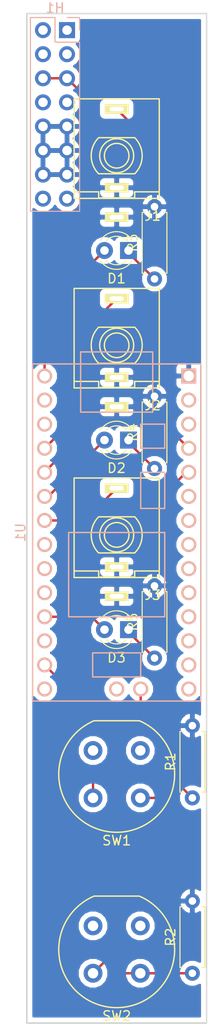
<source format=kicad_pcb>
(kicad_pcb (version 4) (host pcbnew 4.0.7)

  (general
    (links 34)
    (no_connects 0)
    (area 134.089524 36.445 157.885 144.825)
    (thickness 1.6)
    (drawings 5)
    (tracks 58)
    (zones 0)
    (modules 16)
    (nets 15)
  )

  (page A4)
  (layers
    (0 F.Cu signal)
    (31 B.Cu signal)
    (32 B.Adhes user hide)
    (33 F.Adhes user hide)
    (34 B.Paste user hide)
    (35 F.Paste user hide)
    (36 B.SilkS user)
    (37 F.SilkS user)
    (38 B.Mask user)
    (39 F.Mask user)
    (40 Dwgs.User user hide)
    (41 Cmts.User user hide)
    (42 Eco1.User user hide)
    (43 Eco2.User user hide)
    (44 Edge.Cuts user)
    (45 Margin user)
    (46 B.CrtYd user)
    (47 F.CrtYd user)
    (48 B.Fab user)
    (49 F.Fab user)
  )

  (setup
    (last_trace_width 0.25)
    (trace_clearance 0.2)
    (zone_clearance 0.508)
    (zone_45_only yes)
    (trace_min 0.2)
    (segment_width 0.2)
    (edge_width 0.15)
    (via_size 0.6)
    (via_drill 0.4)
    (via_min_size 0.4)
    (via_min_drill 0.3)
    (uvia_size 0.3)
    (uvia_drill 0.1)
    (uvias_allowed no)
    (uvia_min_size 0.2)
    (uvia_min_drill 0.1)
    (pcb_text_width 0.3)
    (pcb_text_size 1.5 1.5)
    (mod_edge_width 0.15)
    (mod_text_size 1 1)
    (mod_text_width 0.15)
    (pad_size 1.524 1.524)
    (pad_drill 0.762)
    (pad_to_mask_clearance 0.2)
    (aux_axis_origin 0 0)
    (visible_elements FFFFFF7F)
    (pcbplotparams
      (layerselection 0x00030_80000001)
      (usegerberextensions false)
      (excludeedgelayer true)
      (linewidth 0.100000)
      (plotframeref false)
      (viasonmask false)
      (mode 1)
      (useauxorigin false)
      (hpglpennumber 1)
      (hpglpenspeed 20)
      (hpglpendiameter 15)
      (hpglpenoverlay 2)
      (psnegative false)
      (psa4output false)
      (plotreference true)
      (plotvalue true)
      (plotinvisibletext false)
      (padsonsilk false)
      (subtractmaskfromsilk false)
      (outputformat 1)
      (mirror false)
      (drillshape 1)
      (scaleselection 1)
      (outputdirectory ""))
  )

  (net 0 "")
  (net 1 "Net-(D1-Pad1)")
  (net 2 "Net-(D2-Pad1)")
  (net 3 "Net-(D3-Pad1)")
  (net 4 "Net-(H1-Pad10)")
  (net 5 "Net-(SW1-Pad2)")
  (net 6 "Net-(H1-Pad5)")
  (net 7 /SigLed)
  (net 8 /TrgLed)
  (net 9 /GatLed)
  (net 10 /SigIn)
  (net 11 /TrgOut)
  (net 12 /GatOut)
  (net 13 /BtnIn)
  (net 14 /BtnClr)

  (net_class Default "This is the default net class."
    (clearance 0.2)
    (trace_width 0.25)
    (via_dia 0.6)
    (via_drill 0.4)
    (uvia_dia 0.3)
    (uvia_drill 0.1)
    (add_net /BtnClr)
    (add_net /BtnIn)
    (add_net /GatLed)
    (add_net /GatOut)
    (add_net /SigIn)
    (add_net /SigLed)
    (add_net /TrgLed)
    (add_net /TrgOut)
    (add_net "Net-(D1-Pad1)")
    (add_net "Net-(D2-Pad1)")
    (add_net "Net-(D3-Pad1)")
    (add_net "Net-(H1-Pad10)")
    (add_net "Net-(H1-Pad5)")
    (add_net "Net-(SW1-Pad2)")
  )

  (module LEDs:LED_D3.0mm_FlatTop (layer F.Cu) (tedit 5880A862) (tstamp 5B3AC211)
    (at 147.75 63 180)
    (descr "LED, Round, FlatTop, diameter 3.0mm, 2 pins, http://www.kingbright.com/attachments/file/psearch/000/00/00/L-47XEC(Ver.9A).pdf")
    (tags "LED Round FlatTop diameter 3.0mm 2 pins")
    (path /5B39243B)
    (fp_text reference D1 (at 1.27 -2.96 180) (layer F.SilkS)
      (effects (font (size 1 1) (thickness 0.15)))
    )
    (fp_text value LED (at 1.27 2.96 180) (layer F.Fab)
      (effects (font (size 1 1) (thickness 0.15)))
    )
    (fp_arc (start 1.27 0) (end -0.23 -1.16619) (angle 284.3) (layer F.Fab) (width 0.1))
    (fp_arc (start 1.27 0) (end -0.29 -1.235516) (angle 108.8) (layer F.SilkS) (width 0.12))
    (fp_arc (start 1.27 0) (end -0.29 1.235516) (angle -108.8) (layer F.SilkS) (width 0.12))
    (fp_arc (start 1.27 0) (end 0.229039 -1.08) (angle 87.9) (layer F.SilkS) (width 0.12))
    (fp_arc (start 1.27 0) (end 0.229039 1.08) (angle -87.9) (layer F.SilkS) (width 0.12))
    (fp_circle (center 1.27 0) (end 2.77 0) (layer F.Fab) (width 0.1))
    (fp_line (start -0.23 -1.16619) (end -0.23 1.16619) (layer F.Fab) (width 0.1))
    (fp_line (start -0.29 -1.236) (end -0.29 -1.08) (layer F.SilkS) (width 0.12))
    (fp_line (start -0.29 1.08) (end -0.29 1.236) (layer F.SilkS) (width 0.12))
    (fp_line (start -1.15 -2.25) (end -1.15 2.25) (layer F.CrtYd) (width 0.05))
    (fp_line (start -1.15 2.25) (end 3.7 2.25) (layer F.CrtYd) (width 0.05))
    (fp_line (start 3.7 2.25) (end 3.7 -2.25) (layer F.CrtYd) (width 0.05))
    (fp_line (start 3.7 -2.25) (end -1.15 -2.25) (layer F.CrtYd) (width 0.05))
    (pad 1 thru_hole rect (at 0 0 180) (size 1.8 1.8) (drill 0.9) (layers *.Cu *.Mask)
      (net 1 "Net-(D1-Pad1)"))
    (pad 2 thru_hole circle (at 2.54 0 180) (size 1.8 1.8) (drill 0.9) (layers *.Cu *.Mask)
      (net 7 /SigLed))
    (model ${KISYS3DMOD}/LEDs.3dshapes/LED_D3.0mm_FlatTop.wrl
      (at (xyz 0 0 0))
      (scale (xyz 0.393701 0.393701 0.393701))
      (rotate (xyz 0 0 0))
    )
  )

  (module LEDs:LED_D3.0mm_FlatTop (layer F.Cu) (tedit 5880A862) (tstamp 5B3AC217)
    (at 147.75 83 180)
    (descr "LED, Round, FlatTop, diameter 3.0mm, 2 pins, http://www.kingbright.com/attachments/file/psearch/000/00/00/L-47XEC(Ver.9A).pdf")
    (tags "LED Round FlatTop diameter 3.0mm 2 pins")
    (path /5B392495)
    (fp_text reference D2 (at 1.27 -2.96 180) (layer F.SilkS)
      (effects (font (size 1 1) (thickness 0.15)))
    )
    (fp_text value LED (at 1.27 2.96 180) (layer F.Fab)
      (effects (font (size 1 1) (thickness 0.15)))
    )
    (fp_arc (start 1.27 0) (end -0.23 -1.16619) (angle 284.3) (layer F.Fab) (width 0.1))
    (fp_arc (start 1.27 0) (end -0.29 -1.235516) (angle 108.8) (layer F.SilkS) (width 0.12))
    (fp_arc (start 1.27 0) (end -0.29 1.235516) (angle -108.8) (layer F.SilkS) (width 0.12))
    (fp_arc (start 1.27 0) (end 0.229039 -1.08) (angle 87.9) (layer F.SilkS) (width 0.12))
    (fp_arc (start 1.27 0) (end 0.229039 1.08) (angle -87.9) (layer F.SilkS) (width 0.12))
    (fp_circle (center 1.27 0) (end 2.77 0) (layer F.Fab) (width 0.1))
    (fp_line (start -0.23 -1.16619) (end -0.23 1.16619) (layer F.Fab) (width 0.1))
    (fp_line (start -0.29 -1.236) (end -0.29 -1.08) (layer F.SilkS) (width 0.12))
    (fp_line (start -0.29 1.08) (end -0.29 1.236) (layer F.SilkS) (width 0.12))
    (fp_line (start -1.15 -2.25) (end -1.15 2.25) (layer F.CrtYd) (width 0.05))
    (fp_line (start -1.15 2.25) (end 3.7 2.25) (layer F.CrtYd) (width 0.05))
    (fp_line (start 3.7 2.25) (end 3.7 -2.25) (layer F.CrtYd) (width 0.05))
    (fp_line (start 3.7 -2.25) (end -1.15 -2.25) (layer F.CrtYd) (width 0.05))
    (pad 1 thru_hole rect (at 0 0 180) (size 1.8 1.8) (drill 0.9) (layers *.Cu *.Mask)
      (net 2 "Net-(D2-Pad1)"))
    (pad 2 thru_hole circle (at 2.54 0 180) (size 1.8 1.8) (drill 0.9) (layers *.Cu *.Mask)
      (net 9 /GatLed))
    (model ${KISYS3DMOD}/LEDs.3dshapes/LED_D3.0mm_FlatTop.wrl
      (at (xyz 0 0 0))
      (scale (xyz 0.393701 0.393701 0.393701))
      (rotate (xyz 0 0 0))
    )
  )

  (module LEDs:LED_D3.0mm_FlatTop (layer F.Cu) (tedit 5880A862) (tstamp 5B3AC21D)
    (at 147.75 103 180)
    (descr "LED, Round, FlatTop, diameter 3.0mm, 2 pins, http://www.kingbright.com/attachments/file/psearch/000/00/00/L-47XEC(Ver.9A).pdf")
    (tags "LED Round FlatTop diameter 3.0mm 2 pins")
    (path /5B392584)
    (fp_text reference D3 (at 1.27 -2.96 180) (layer F.SilkS)
      (effects (font (size 1 1) (thickness 0.15)))
    )
    (fp_text value LED (at 1.27 2.96 180) (layer F.Fab)
      (effects (font (size 1 1) (thickness 0.15)))
    )
    (fp_arc (start 1.27 0) (end -0.23 -1.16619) (angle 284.3) (layer F.Fab) (width 0.1))
    (fp_arc (start 1.27 0) (end -0.29 -1.235516) (angle 108.8) (layer F.SilkS) (width 0.12))
    (fp_arc (start 1.27 0) (end -0.29 1.235516) (angle -108.8) (layer F.SilkS) (width 0.12))
    (fp_arc (start 1.27 0) (end 0.229039 -1.08) (angle 87.9) (layer F.SilkS) (width 0.12))
    (fp_arc (start 1.27 0) (end 0.229039 1.08) (angle -87.9) (layer F.SilkS) (width 0.12))
    (fp_circle (center 1.27 0) (end 2.77 0) (layer F.Fab) (width 0.1))
    (fp_line (start -0.23 -1.16619) (end -0.23 1.16619) (layer F.Fab) (width 0.1))
    (fp_line (start -0.29 -1.236) (end -0.29 -1.08) (layer F.SilkS) (width 0.12))
    (fp_line (start -0.29 1.08) (end -0.29 1.236) (layer F.SilkS) (width 0.12))
    (fp_line (start -1.15 -2.25) (end -1.15 2.25) (layer F.CrtYd) (width 0.05))
    (fp_line (start -1.15 2.25) (end 3.7 2.25) (layer F.CrtYd) (width 0.05))
    (fp_line (start 3.7 2.25) (end 3.7 -2.25) (layer F.CrtYd) (width 0.05))
    (fp_line (start 3.7 -2.25) (end -1.15 -2.25) (layer F.CrtYd) (width 0.05))
    (pad 1 thru_hole rect (at 0 0 180) (size 1.8 1.8) (drill 0.9) (layers *.Cu *.Mask)
      (net 3 "Net-(D3-Pad1)"))
    (pad 2 thru_hole circle (at 2.54 0 180) (size 1.8 1.8) (drill 0.9) (layers *.Cu *.Mask)
      (net 8 /TrgLed))
    (model ${KISYS3DMOD}/LEDs.3dshapes/LED_D3.0mm_FlatTop.wrl
      (at (xyz 0 0 0))
      (scale (xyz 0.393701 0.393701 0.393701))
      (rotate (xyz 0 0 0))
    )
  )

  (module Pin_Headers:Pin_Header_Straight_2x08_Pitch2.54mm (layer B.Cu) (tedit 59650532) (tstamp 5B3AC231)
    (at 141.25 39.75 180)
    (descr "Through hole straight pin header, 2x08, 2.54mm pitch, double rows")
    (tags "Through hole pin header THT 2x08 2.54mm double row")
    (path /5B3AB3E1)
    (fp_text reference H1 (at 1.27 2.33 180) (layer B.SilkS)
      (effects (font (size 1 1) (thickness 0.15)) (justify mirror))
    )
    (fp_text value EURO_PWR_2x8 (at 1.27 -20.11 180) (layer B.Fab)
      (effects (font (size 1 1) (thickness 0.15)) (justify mirror))
    )
    (fp_line (start 0 1.27) (end 3.81 1.27) (layer B.Fab) (width 0.1))
    (fp_line (start 3.81 1.27) (end 3.81 -19.05) (layer B.Fab) (width 0.1))
    (fp_line (start 3.81 -19.05) (end -1.27 -19.05) (layer B.Fab) (width 0.1))
    (fp_line (start -1.27 -19.05) (end -1.27 0) (layer B.Fab) (width 0.1))
    (fp_line (start -1.27 0) (end 0 1.27) (layer B.Fab) (width 0.1))
    (fp_line (start -1.33 -19.11) (end 3.87 -19.11) (layer B.SilkS) (width 0.12))
    (fp_line (start -1.33 -1.27) (end -1.33 -19.11) (layer B.SilkS) (width 0.12))
    (fp_line (start 3.87 1.33) (end 3.87 -19.11) (layer B.SilkS) (width 0.12))
    (fp_line (start -1.33 -1.27) (end 1.27 -1.27) (layer B.SilkS) (width 0.12))
    (fp_line (start 1.27 -1.27) (end 1.27 1.33) (layer B.SilkS) (width 0.12))
    (fp_line (start 1.27 1.33) (end 3.87 1.33) (layer B.SilkS) (width 0.12))
    (fp_line (start -1.33 0) (end -1.33 1.33) (layer B.SilkS) (width 0.12))
    (fp_line (start -1.33 1.33) (end 0 1.33) (layer B.SilkS) (width 0.12))
    (fp_line (start -1.8 1.8) (end -1.8 -19.55) (layer B.CrtYd) (width 0.05))
    (fp_line (start -1.8 -19.55) (end 4.35 -19.55) (layer B.CrtYd) (width 0.05))
    (fp_line (start 4.35 -19.55) (end 4.35 1.8) (layer B.CrtYd) (width 0.05))
    (fp_line (start 4.35 1.8) (end -1.8 1.8) (layer B.CrtYd) (width 0.05))
    (fp_text user %R (at 1.27 -8.89 450) (layer B.Fab)
      (effects (font (size 1 1) (thickness 0.15)) (justify mirror))
    )
    (pad 1 thru_hole rect (at 0 0 180) (size 1.7 1.7) (drill 1) (layers *.Cu *.Mask))
    (pad 2 thru_hole oval (at 2.54 0 180) (size 1.7 1.7) (drill 1) (layers *.Cu *.Mask))
    (pad 3 thru_hole oval (at 0 -2.54 180) (size 1.7 1.7) (drill 1) (layers *.Cu *.Mask))
    (pad 4 thru_hole oval (at 2.54 -2.54 180) (size 1.7 1.7) (drill 1) (layers *.Cu *.Mask))
    (pad 5 thru_hole oval (at 0 -5.08 180) (size 1.7 1.7) (drill 1) (layers *.Cu *.Mask)
      (net 6 "Net-(H1-Pad5)"))
    (pad 6 thru_hole oval (at 2.54 -5.08 180) (size 1.7 1.7) (drill 1) (layers *.Cu *.Mask)
      (net 6 "Net-(H1-Pad5)"))
    (pad 7 thru_hole oval (at 0 -7.62 180) (size 1.7 1.7) (drill 1) (layers *.Cu *.Mask))
    (pad 8 thru_hole oval (at 2.54 -7.62 180) (size 1.7 1.7) (drill 1) (layers *.Cu *.Mask))
    (pad 9 thru_hole oval (at 0 -10.16 180) (size 1.7 1.7) (drill 1) (layers *.Cu *.Mask)
      (net 4 "Net-(H1-Pad10)"))
    (pad 10 thru_hole oval (at 2.54 -10.16 180) (size 1.7 1.7) (drill 1) (layers *.Cu *.Mask)
      (net 4 "Net-(H1-Pad10)"))
    (pad 11 thru_hole oval (at 0 -12.7 180) (size 1.7 1.7) (drill 1) (layers *.Cu *.Mask)
      (net 4 "Net-(H1-Pad10)"))
    (pad 12 thru_hole oval (at 2.54 -12.7 180) (size 1.7 1.7) (drill 1) (layers *.Cu *.Mask)
      (net 4 "Net-(H1-Pad10)"))
    (pad 13 thru_hole oval (at 0 -15.24 180) (size 1.7 1.7) (drill 1) (layers *.Cu *.Mask)
      (net 4 "Net-(H1-Pad10)"))
    (pad 14 thru_hole oval (at 2.54 -15.24 180) (size 1.7 1.7) (drill 1) (layers *.Cu *.Mask)
      (net 4 "Net-(H1-Pad10)"))
    (pad 15 thru_hole oval (at 0 -17.78 180) (size 1.7 1.7) (drill 1) (layers *.Cu *.Mask))
    (pad 16 thru_hole oval (at 2.54 -17.78 180) (size 1.7 1.7) (drill 1) (layers *.Cu *.Mask))
    (model ${KISYS3DMOD}/Pin_Headers.3dshapes/Pin_Header_Straight_2x08_Pitch2.54mm.wrl
      (at (xyz 0 0 0))
      (scale (xyz 1 1 1))
      (rotate (xyz 0 0 0))
    )
  )

  (module zetaohm:THONKICONN (layer F.Cu) (tedit 560B1645) (tstamp 5B3AC238)
    (at 146.5 53)
    (path /5B3AC17B)
    (fp_text reference J1 (at 3.81 6.35) (layer F.SilkS)
      (effects (font (size 1 1) (thickness 0.15)))
    )
    (fp_text value Thonk (at 0 -7.62) (layer F.Fab) hide
      (effects (font (size 1 1) (thickness 0.15)))
    )
    (fp_line (start -4.445 3.81) (end -1.905 3.81) (layer F.SilkS) (width 0.15))
    (fp_line (start -1.905 3.81) (end -1.905 4.445) (layer F.SilkS) (width 0.15))
    (fp_line (start -1.905 4.445) (end 1.905 4.445) (layer F.SilkS) (width 0.15))
    (fp_line (start 1.905 4.445) (end 1.905 3.81) (layer F.SilkS) (width 0.15))
    (fp_line (start 1.905 3.81) (end 4.445 3.81) (layer F.SilkS) (width 0.15))
    (fp_arc (start 0 0) (end 1.905 -1.905) (angle 90) (layer F.SilkS) (width 0.15))
    (fp_arc (start 0 0) (end -1.905 1.905) (angle 90) (layer F.SilkS) (width 0.15))
    (fp_line (start 1.905 1.905) (end -1.905 1.905) (layer F.SilkS) (width 0.15))
    (fp_line (start -1.905 -1.905) (end 1.905 -1.905) (layer F.SilkS) (width 0.15))
    (fp_circle (center 0 0) (end 1.27 1.27) (layer F.SilkS) (width 0.15))
    (fp_line (start 4.5 -6) (end 4.5 4.5) (layer F.SilkS) (width 0.15))
    (fp_line (start -4.5 -6) (end -4.5 4.5) (layer F.SilkS) (width 0.15))
    (fp_line (start -4.5 4.5) (end 4.5 4.5) (layer F.SilkS) (width 0.15))
    (fp_line (start -4.5 -6) (end 4.5 -6) (layer F.SilkS) (width 0.15))
    (fp_circle (center 0 0) (end 1.3 0) (layer F.SilkS) (width 0.15))
    (pad 3 thru_hole rect (at 0 -4.92) (size 2.5 1) (drill oval 1.5 0.5) (layers *.Cu *.Mask F.SilkS)
      (net 10 /SigIn))
    (pad 2 thru_hole rect (at 0 3.38) (size 2.5 1) (drill oval 1.5 0.5) (layers *.Cu *.Mask F.SilkS)
      (net 4 "Net-(H1-Pad10)"))
    (pad 1 thru_hole rect (at 0 6.48) (size 2.5 1) (drill oval 1.5 0.5) (layers *.Cu *.Mask F.SilkS)
      (net 4 "Net-(H1-Pad10)"))
  )

  (module zetaohm:THONKICONN (layer F.Cu) (tedit 560B1645) (tstamp 5B3AC23F)
    (at 146.5 73)
    (path /5B3AC5C6)
    (fp_text reference J2 (at 3.81 6.35) (layer F.SilkS)
      (effects (font (size 1 1) (thickness 0.15)))
    )
    (fp_text value Thonk (at 0 -7.62) (layer F.Fab) hide
      (effects (font (size 1 1) (thickness 0.15)))
    )
    (fp_line (start -4.445 3.81) (end -1.905 3.81) (layer F.SilkS) (width 0.15))
    (fp_line (start -1.905 3.81) (end -1.905 4.445) (layer F.SilkS) (width 0.15))
    (fp_line (start -1.905 4.445) (end 1.905 4.445) (layer F.SilkS) (width 0.15))
    (fp_line (start 1.905 4.445) (end 1.905 3.81) (layer F.SilkS) (width 0.15))
    (fp_line (start 1.905 3.81) (end 4.445 3.81) (layer F.SilkS) (width 0.15))
    (fp_arc (start 0 0) (end 1.905 -1.905) (angle 90) (layer F.SilkS) (width 0.15))
    (fp_arc (start 0 0) (end -1.905 1.905) (angle 90) (layer F.SilkS) (width 0.15))
    (fp_line (start 1.905 1.905) (end -1.905 1.905) (layer F.SilkS) (width 0.15))
    (fp_line (start -1.905 -1.905) (end 1.905 -1.905) (layer F.SilkS) (width 0.15))
    (fp_circle (center 0 0) (end 1.27 1.27) (layer F.SilkS) (width 0.15))
    (fp_line (start 4.5 -6) (end 4.5 4.5) (layer F.SilkS) (width 0.15))
    (fp_line (start -4.5 -6) (end -4.5 4.5) (layer F.SilkS) (width 0.15))
    (fp_line (start -4.5 4.5) (end 4.5 4.5) (layer F.SilkS) (width 0.15))
    (fp_line (start -4.5 -6) (end 4.5 -6) (layer F.SilkS) (width 0.15))
    (fp_circle (center 0 0) (end 1.3 0) (layer F.SilkS) (width 0.15))
    (pad 3 thru_hole rect (at 0 -4.92) (size 2.5 1) (drill oval 1.5 0.5) (layers *.Cu *.Mask F.SilkS)
      (net 12 /GatOut))
    (pad 2 thru_hole rect (at 0 3.38) (size 2.5 1) (drill oval 1.5 0.5) (layers *.Cu *.Mask F.SilkS)
      (net 4 "Net-(H1-Pad10)"))
    (pad 1 thru_hole rect (at 0 6.48) (size 2.5 1) (drill oval 1.5 0.5) (layers *.Cu *.Mask F.SilkS)
      (net 4 "Net-(H1-Pad10)"))
  )

  (module zetaohm:THONKICONN (layer F.Cu) (tedit 560B1645) (tstamp 5B3AC246)
    (at 146.5 93)
    (path /5B3AC9BD)
    (fp_text reference J3 (at 3.81 6.35) (layer F.SilkS)
      (effects (font (size 1 1) (thickness 0.15)))
    )
    (fp_text value Thonk (at 0 -7.62) (layer F.Fab) hide
      (effects (font (size 1 1) (thickness 0.15)))
    )
    (fp_line (start -4.445 3.81) (end -1.905 3.81) (layer F.SilkS) (width 0.15))
    (fp_line (start -1.905 3.81) (end -1.905 4.445) (layer F.SilkS) (width 0.15))
    (fp_line (start -1.905 4.445) (end 1.905 4.445) (layer F.SilkS) (width 0.15))
    (fp_line (start 1.905 4.445) (end 1.905 3.81) (layer F.SilkS) (width 0.15))
    (fp_line (start 1.905 3.81) (end 4.445 3.81) (layer F.SilkS) (width 0.15))
    (fp_arc (start 0 0) (end 1.905 -1.905) (angle 90) (layer F.SilkS) (width 0.15))
    (fp_arc (start 0 0) (end -1.905 1.905) (angle 90) (layer F.SilkS) (width 0.15))
    (fp_line (start 1.905 1.905) (end -1.905 1.905) (layer F.SilkS) (width 0.15))
    (fp_line (start -1.905 -1.905) (end 1.905 -1.905) (layer F.SilkS) (width 0.15))
    (fp_circle (center 0 0) (end 1.27 1.27) (layer F.SilkS) (width 0.15))
    (fp_line (start 4.5 -6) (end 4.5 4.5) (layer F.SilkS) (width 0.15))
    (fp_line (start -4.5 -6) (end -4.5 4.5) (layer F.SilkS) (width 0.15))
    (fp_line (start -4.5 4.5) (end 4.5 4.5) (layer F.SilkS) (width 0.15))
    (fp_line (start -4.5 -6) (end 4.5 -6) (layer F.SilkS) (width 0.15))
    (fp_circle (center 0 0) (end 1.3 0) (layer F.SilkS) (width 0.15))
    (pad 3 thru_hole rect (at 0 -4.92) (size 2.5 1) (drill oval 1.5 0.5) (layers *.Cu *.Mask F.SilkS)
      (net 11 /TrgOut))
    (pad 2 thru_hole rect (at 0 3.38) (size 2.5 1) (drill oval 1.5 0.5) (layers *.Cu *.Mask F.SilkS)
      (net 4 "Net-(H1-Pad10)"))
    (pad 1 thru_hole rect (at 0 6.48) (size 2.5 1) (drill oval 1.5 0.5) (layers *.Cu *.Mask F.SilkS)
      (net 4 "Net-(H1-Pad10)"))
  )

  (module Resistors_THT:R_Axial_DIN0207_L6.3mm_D2.5mm_P7.62mm_Horizontal (layer F.Cu) (tedit 5874F706) (tstamp 5B3AC24C)
    (at 154.5 120.75 90)
    (descr "Resistor, Axial_DIN0207 series, Axial, Horizontal, pin pitch=7.62mm, 0.25W = 1/4W, length*diameter=6.3*2.5mm^2, http://cdn-reichelt.de/documents/datenblatt/B400/1_4W%23YAG.pdf")
    (tags "Resistor Axial_DIN0207 series Axial Horizontal pin pitch 7.62mm 0.25W = 1/4W length 6.3mm diameter 2.5mm")
    (path /5B3931E0)
    (fp_text reference R1 (at 3.81 -2.31 90) (layer F.SilkS)
      (effects (font (size 1 1) (thickness 0.15)))
    )
    (fp_text value 4.7k (at 3.81 2.31 90) (layer F.Fab)
      (effects (font (size 1 1) (thickness 0.15)))
    )
    (fp_line (start 0.66 -1.25) (end 0.66 1.25) (layer F.Fab) (width 0.1))
    (fp_line (start 0.66 1.25) (end 6.96 1.25) (layer F.Fab) (width 0.1))
    (fp_line (start 6.96 1.25) (end 6.96 -1.25) (layer F.Fab) (width 0.1))
    (fp_line (start 6.96 -1.25) (end 0.66 -1.25) (layer F.Fab) (width 0.1))
    (fp_line (start 0 0) (end 0.66 0) (layer F.Fab) (width 0.1))
    (fp_line (start 7.62 0) (end 6.96 0) (layer F.Fab) (width 0.1))
    (fp_line (start 0.6 -0.98) (end 0.6 -1.31) (layer F.SilkS) (width 0.12))
    (fp_line (start 0.6 -1.31) (end 7.02 -1.31) (layer F.SilkS) (width 0.12))
    (fp_line (start 7.02 -1.31) (end 7.02 -0.98) (layer F.SilkS) (width 0.12))
    (fp_line (start 0.6 0.98) (end 0.6 1.31) (layer F.SilkS) (width 0.12))
    (fp_line (start 0.6 1.31) (end 7.02 1.31) (layer F.SilkS) (width 0.12))
    (fp_line (start 7.02 1.31) (end 7.02 0.98) (layer F.SilkS) (width 0.12))
    (fp_line (start -1.05 -1.6) (end -1.05 1.6) (layer F.CrtYd) (width 0.05))
    (fp_line (start -1.05 1.6) (end 8.7 1.6) (layer F.CrtYd) (width 0.05))
    (fp_line (start 8.7 1.6) (end 8.7 -1.6) (layer F.CrtYd) (width 0.05))
    (fp_line (start 8.7 -1.6) (end -1.05 -1.6) (layer F.CrtYd) (width 0.05))
    (pad 1 thru_hole circle (at 0 0 90) (size 1.6 1.6) (drill 0.8) (layers *.Cu *.Mask)
      (net 13 /BtnIn))
    (pad 2 thru_hole oval (at 7.62 0 90) (size 1.6 1.6) (drill 0.8) (layers *.Cu *.Mask)
      (net 4 "Net-(H1-Pad10)"))
    (model ${KISYS3DMOD}/Resistors_THT.3dshapes/R_Axial_DIN0207_L6.3mm_D2.5mm_P7.62mm_Horizontal.wrl
      (at (xyz 0 0 0))
      (scale (xyz 0.393701 0.393701 0.393701))
      (rotate (xyz 0 0 0))
    )
  )

  (module Resistors_THT:R_Axial_DIN0207_L6.3mm_D2.5mm_P7.62mm_Horizontal (layer F.Cu) (tedit 5874F706) (tstamp 5B3AC252)
    (at 154.5 139.25 90)
    (descr "Resistor, Axial_DIN0207 series, Axial, Horizontal, pin pitch=7.62mm, 0.25W = 1/4W, length*diameter=6.3*2.5mm^2, http://cdn-reichelt.de/documents/datenblatt/B400/1_4W%23YAG.pdf")
    (tags "Resistor Axial_DIN0207 series Axial Horizontal pin pitch 7.62mm 0.25W = 1/4W length 6.3mm diameter 2.5mm")
    (path /5B3936D1)
    (fp_text reference R2 (at 3.81 -2.31 90) (layer F.SilkS)
      (effects (font (size 1 1) (thickness 0.15)))
    )
    (fp_text value 4.7k (at 3.81 2.31 90) (layer F.Fab)
      (effects (font (size 1 1) (thickness 0.15)))
    )
    (fp_line (start 0.66 -1.25) (end 0.66 1.25) (layer F.Fab) (width 0.1))
    (fp_line (start 0.66 1.25) (end 6.96 1.25) (layer F.Fab) (width 0.1))
    (fp_line (start 6.96 1.25) (end 6.96 -1.25) (layer F.Fab) (width 0.1))
    (fp_line (start 6.96 -1.25) (end 0.66 -1.25) (layer F.Fab) (width 0.1))
    (fp_line (start 0 0) (end 0.66 0) (layer F.Fab) (width 0.1))
    (fp_line (start 7.62 0) (end 6.96 0) (layer F.Fab) (width 0.1))
    (fp_line (start 0.6 -0.98) (end 0.6 -1.31) (layer F.SilkS) (width 0.12))
    (fp_line (start 0.6 -1.31) (end 7.02 -1.31) (layer F.SilkS) (width 0.12))
    (fp_line (start 7.02 -1.31) (end 7.02 -0.98) (layer F.SilkS) (width 0.12))
    (fp_line (start 0.6 0.98) (end 0.6 1.31) (layer F.SilkS) (width 0.12))
    (fp_line (start 0.6 1.31) (end 7.02 1.31) (layer F.SilkS) (width 0.12))
    (fp_line (start 7.02 1.31) (end 7.02 0.98) (layer F.SilkS) (width 0.12))
    (fp_line (start -1.05 -1.6) (end -1.05 1.6) (layer F.CrtYd) (width 0.05))
    (fp_line (start -1.05 1.6) (end 8.7 1.6) (layer F.CrtYd) (width 0.05))
    (fp_line (start 8.7 1.6) (end 8.7 -1.6) (layer F.CrtYd) (width 0.05))
    (fp_line (start 8.7 -1.6) (end -1.05 -1.6) (layer F.CrtYd) (width 0.05))
    (pad 1 thru_hole circle (at 0 0 90) (size 1.6 1.6) (drill 0.8) (layers *.Cu *.Mask)
      (net 14 /BtnClr))
    (pad 2 thru_hole oval (at 7.62 0 90) (size 1.6 1.6) (drill 0.8) (layers *.Cu *.Mask)
      (net 4 "Net-(H1-Pad10)"))
    (model ${KISYS3DMOD}/Resistors_THT.3dshapes/R_Axial_DIN0207_L6.3mm_D2.5mm_P7.62mm_Horizontal.wrl
      (at (xyz 0 0 0))
      (scale (xyz 0.393701 0.393701 0.393701))
      (rotate (xyz 0 0 0))
    )
  )

  (module Resistors_THT:R_Axial_DIN0207_L6.3mm_D2.5mm_P7.62mm_Horizontal (layer F.Cu) (tedit 5874F706) (tstamp 5B3AC258)
    (at 150.5 66 90)
    (descr "Resistor, Axial_DIN0207 series, Axial, Horizontal, pin pitch=7.62mm, 0.25W = 1/4W, length*diameter=6.3*2.5mm^2, http://cdn-reichelt.de/documents/datenblatt/B400/1_4W%23YAG.pdf")
    (tags "Resistor Axial_DIN0207 series Axial Horizontal pin pitch 7.62mm 0.25W = 1/4W length 6.3mm diameter 2.5mm")
    (path /5B3A8414)
    (fp_text reference R3 (at 3.81 -2.31 90) (layer F.SilkS)
      (effects (font (size 1 1) (thickness 0.15)))
    )
    (fp_text value 150 (at 3.81 2.31 90) (layer F.Fab)
      (effects (font (size 1 1) (thickness 0.15)))
    )
    (fp_line (start 0.66 -1.25) (end 0.66 1.25) (layer F.Fab) (width 0.1))
    (fp_line (start 0.66 1.25) (end 6.96 1.25) (layer F.Fab) (width 0.1))
    (fp_line (start 6.96 1.25) (end 6.96 -1.25) (layer F.Fab) (width 0.1))
    (fp_line (start 6.96 -1.25) (end 0.66 -1.25) (layer F.Fab) (width 0.1))
    (fp_line (start 0 0) (end 0.66 0) (layer F.Fab) (width 0.1))
    (fp_line (start 7.62 0) (end 6.96 0) (layer F.Fab) (width 0.1))
    (fp_line (start 0.6 -0.98) (end 0.6 -1.31) (layer F.SilkS) (width 0.12))
    (fp_line (start 0.6 -1.31) (end 7.02 -1.31) (layer F.SilkS) (width 0.12))
    (fp_line (start 7.02 -1.31) (end 7.02 -0.98) (layer F.SilkS) (width 0.12))
    (fp_line (start 0.6 0.98) (end 0.6 1.31) (layer F.SilkS) (width 0.12))
    (fp_line (start 0.6 1.31) (end 7.02 1.31) (layer F.SilkS) (width 0.12))
    (fp_line (start 7.02 1.31) (end 7.02 0.98) (layer F.SilkS) (width 0.12))
    (fp_line (start -1.05 -1.6) (end -1.05 1.6) (layer F.CrtYd) (width 0.05))
    (fp_line (start -1.05 1.6) (end 8.7 1.6) (layer F.CrtYd) (width 0.05))
    (fp_line (start 8.7 1.6) (end 8.7 -1.6) (layer F.CrtYd) (width 0.05))
    (fp_line (start 8.7 -1.6) (end -1.05 -1.6) (layer F.CrtYd) (width 0.05))
    (pad 1 thru_hole circle (at 0 0 90) (size 1.6 1.6) (drill 0.8) (layers *.Cu *.Mask)
      (net 1 "Net-(D1-Pad1)"))
    (pad 2 thru_hole oval (at 7.62 0 90) (size 1.6 1.6) (drill 0.8) (layers *.Cu *.Mask)
      (net 4 "Net-(H1-Pad10)"))
    (model ${KISYS3DMOD}/Resistors_THT.3dshapes/R_Axial_DIN0207_L6.3mm_D2.5mm_P7.62mm_Horizontal.wrl
      (at (xyz 0 0 0))
      (scale (xyz 0.393701 0.393701 0.393701))
      (rotate (xyz 0 0 0))
    )
  )

  (module Resistors_THT:R_Axial_DIN0207_L6.3mm_D2.5mm_P7.62mm_Horizontal (layer F.Cu) (tedit 5874F706) (tstamp 5B3AC25E)
    (at 150.5 86 90)
    (descr "Resistor, Axial_DIN0207 series, Axial, Horizontal, pin pitch=7.62mm, 0.25W = 1/4W, length*diameter=6.3*2.5mm^2, http://cdn-reichelt.de/documents/datenblatt/B400/1_4W%23YAG.pdf")
    (tags "Resistor Axial_DIN0207 series Axial Horizontal pin pitch 7.62mm 0.25W = 1/4W length 6.3mm diameter 2.5mm")
    (path /5B3A866E)
    (fp_text reference R4 (at 3.81 -2.31 90) (layer F.SilkS)
      (effects (font (size 1 1) (thickness 0.15)))
    )
    (fp_text value 150 (at 3.81 2.31 90) (layer F.Fab)
      (effects (font (size 1 1) (thickness 0.15)))
    )
    (fp_line (start 0.66 -1.25) (end 0.66 1.25) (layer F.Fab) (width 0.1))
    (fp_line (start 0.66 1.25) (end 6.96 1.25) (layer F.Fab) (width 0.1))
    (fp_line (start 6.96 1.25) (end 6.96 -1.25) (layer F.Fab) (width 0.1))
    (fp_line (start 6.96 -1.25) (end 0.66 -1.25) (layer F.Fab) (width 0.1))
    (fp_line (start 0 0) (end 0.66 0) (layer F.Fab) (width 0.1))
    (fp_line (start 7.62 0) (end 6.96 0) (layer F.Fab) (width 0.1))
    (fp_line (start 0.6 -0.98) (end 0.6 -1.31) (layer F.SilkS) (width 0.12))
    (fp_line (start 0.6 -1.31) (end 7.02 -1.31) (layer F.SilkS) (width 0.12))
    (fp_line (start 7.02 -1.31) (end 7.02 -0.98) (layer F.SilkS) (width 0.12))
    (fp_line (start 0.6 0.98) (end 0.6 1.31) (layer F.SilkS) (width 0.12))
    (fp_line (start 0.6 1.31) (end 7.02 1.31) (layer F.SilkS) (width 0.12))
    (fp_line (start 7.02 1.31) (end 7.02 0.98) (layer F.SilkS) (width 0.12))
    (fp_line (start -1.05 -1.6) (end -1.05 1.6) (layer F.CrtYd) (width 0.05))
    (fp_line (start -1.05 1.6) (end 8.7 1.6) (layer F.CrtYd) (width 0.05))
    (fp_line (start 8.7 1.6) (end 8.7 -1.6) (layer F.CrtYd) (width 0.05))
    (fp_line (start 8.7 -1.6) (end -1.05 -1.6) (layer F.CrtYd) (width 0.05))
    (pad 1 thru_hole circle (at 0 0 90) (size 1.6 1.6) (drill 0.8) (layers *.Cu *.Mask)
      (net 2 "Net-(D2-Pad1)"))
    (pad 2 thru_hole oval (at 7.62 0 90) (size 1.6 1.6) (drill 0.8) (layers *.Cu *.Mask)
      (net 4 "Net-(H1-Pad10)"))
    (model ${KISYS3DMOD}/Resistors_THT.3dshapes/R_Axial_DIN0207_L6.3mm_D2.5mm_P7.62mm_Horizontal.wrl
      (at (xyz 0 0 0))
      (scale (xyz 0.393701 0.393701 0.393701))
      (rotate (xyz 0 0 0))
    )
  )

  (module Resistors_THT:R_Axial_DIN0207_L6.3mm_D2.5mm_P7.62mm_Horizontal (layer F.Cu) (tedit 5874F706) (tstamp 5B3AC264)
    (at 150.5 106 90)
    (descr "Resistor, Axial_DIN0207 series, Axial, Horizontal, pin pitch=7.62mm, 0.25W = 1/4W, length*diameter=6.3*2.5mm^2, http://cdn-reichelt.de/documents/datenblatt/B400/1_4W%23YAG.pdf")
    (tags "Resistor Axial_DIN0207 series Axial Horizontal pin pitch 7.62mm 0.25W = 1/4W length 6.3mm diameter 2.5mm")
    (path /5B3A871D)
    (fp_text reference R5 (at 3.81 -2.31 90) (layer F.SilkS)
      (effects (font (size 1 1) (thickness 0.15)))
    )
    (fp_text value 150 (at 3.81 2.31 90) (layer F.Fab)
      (effects (font (size 1 1) (thickness 0.15)))
    )
    (fp_line (start 0.66 -1.25) (end 0.66 1.25) (layer F.Fab) (width 0.1))
    (fp_line (start 0.66 1.25) (end 6.96 1.25) (layer F.Fab) (width 0.1))
    (fp_line (start 6.96 1.25) (end 6.96 -1.25) (layer F.Fab) (width 0.1))
    (fp_line (start 6.96 -1.25) (end 0.66 -1.25) (layer F.Fab) (width 0.1))
    (fp_line (start 0 0) (end 0.66 0) (layer F.Fab) (width 0.1))
    (fp_line (start 7.62 0) (end 6.96 0) (layer F.Fab) (width 0.1))
    (fp_line (start 0.6 -0.98) (end 0.6 -1.31) (layer F.SilkS) (width 0.12))
    (fp_line (start 0.6 -1.31) (end 7.02 -1.31) (layer F.SilkS) (width 0.12))
    (fp_line (start 7.02 -1.31) (end 7.02 -0.98) (layer F.SilkS) (width 0.12))
    (fp_line (start 0.6 0.98) (end 0.6 1.31) (layer F.SilkS) (width 0.12))
    (fp_line (start 0.6 1.31) (end 7.02 1.31) (layer F.SilkS) (width 0.12))
    (fp_line (start 7.02 1.31) (end 7.02 0.98) (layer F.SilkS) (width 0.12))
    (fp_line (start -1.05 -1.6) (end -1.05 1.6) (layer F.CrtYd) (width 0.05))
    (fp_line (start -1.05 1.6) (end 8.7 1.6) (layer F.CrtYd) (width 0.05))
    (fp_line (start 8.7 1.6) (end 8.7 -1.6) (layer F.CrtYd) (width 0.05))
    (fp_line (start 8.7 -1.6) (end -1.05 -1.6) (layer F.CrtYd) (width 0.05))
    (pad 1 thru_hole circle (at 0 0 90) (size 1.6 1.6) (drill 0.8) (layers *.Cu *.Mask)
      (net 3 "Net-(D3-Pad1)"))
    (pad 2 thru_hole oval (at 7.62 0 90) (size 1.6 1.6) (drill 0.8) (layers *.Cu *.Mask)
      (net 4 "Net-(H1-Pad10)"))
    (model ${KISYS3DMOD}/Resistors_THT.3dshapes/R_Axial_DIN0207_L6.3mm_D2.5mm_P7.62mm_Horizontal.wrl
      (at (xyz 0 0 0))
      (scale (xyz 0.393701 0.393701 0.393701))
      (rotate (xyz 0 0 0))
    )
  )

  (module Buttons_Switches_THT:Push_E-Switch_KS01Q01 (layer F.Cu) (tedit 592454DE) (tstamp 5B3AC26C)
    (at 149 120.75 180)
    (descr "E-Switch KS01Q01 http://spec_sheets.e-switch.com/specs/29-KS01Q01.pdf")
    (tags "Push Button")
    (path /5B3956B4)
    (fp_text reference SW1 (at 2.5 -4.5 180) (layer F.SilkS)
      (effects (font (size 1 1) (thickness 0.15)))
    )
    (fp_text value SW_SPST (at 2.5 9.5 180) (layer F.Fab)
      (effects (font (size 1 1) (thickness 0.15)))
    )
    (fp_line (start 0.04 8.39) (end 5.06 8.39) (layer F.CrtYd) (width 0.05))
    (fp_arc (start 2.55 2.5) (end 0.04 8.39) (angle 313.8378348) (layer F.CrtYd) (width 0.05))
    (fp_line (start 0.11 8) (end 4.89 8) (layer F.Fab) (width 0.1))
    (fp_arc (start 2.5 2.5) (end 0.11 8) (angle 313) (layer F.Fab) (width 0.1))
    (fp_text user %R (at 2.5 2.5 180) (layer F.Fab)
      (effects (font (size 1 1) (thickness 0.15)))
    )
    (fp_line (start 4.89 8.14) (end 0.11 8.14) (layer F.SilkS) (width 0.15))
    (fp_arc (start 2.5 2.5) (end 0.11 8.14) (angle 314) (layer F.SilkS) (width 0.15))
    (pad 1 thru_hole circle (at 0 0 180) (size 2 2) (drill 1.1) (layers *.Cu *.Mask)
      (net 13 /BtnIn))
    (pad 2 thru_hole circle (at 5 0 180) (size 2 2) (drill 1.1) (layers *.Cu *.Mask)
      (net 5 "Net-(SW1-Pad2)"))
    (pad 4 thru_hole circle (at 5 5 180) (size 2 2) (drill 1.1) (layers *.Cu *.Mask))
    (pad 3 thru_hole circle (at 0 5 180) (size 2 2) (drill 1.1) (layers *.Cu *.Mask))
    (model ${KISYS3DMOD}/Buttons_Switches_THT.3dshapes/Push_E-Switch_KS01Q01.wrl
      (at (xyz 0.1 -0.1 0))
      (scale (xyz 1 1 1))
      (rotate (xyz 0 0 0))
    )
  )

  (module Buttons_Switches_THT:Push_E-Switch_KS01Q01 (layer F.Cu) (tedit 592454DE) (tstamp 5B3AC274)
    (at 149 139.25 180)
    (descr "E-Switch KS01Q01 http://spec_sheets.e-switch.com/specs/29-KS01Q01.pdf")
    (tags "Push Button")
    (path /5B395716)
    (fp_text reference SW2 (at 2.5 -4.5 180) (layer F.SilkS)
      (effects (font (size 1 1) (thickness 0.15)))
    )
    (fp_text value SW_SPST (at 2.5 9.5 180) (layer F.Fab)
      (effects (font (size 1 1) (thickness 0.15)))
    )
    (fp_line (start 0.04 8.39) (end 5.06 8.39) (layer F.CrtYd) (width 0.05))
    (fp_arc (start 2.55 2.5) (end 0.04 8.39) (angle 313.8378348) (layer F.CrtYd) (width 0.05))
    (fp_line (start 0.11 8) (end 4.89 8) (layer F.Fab) (width 0.1))
    (fp_arc (start 2.5 2.5) (end 0.11 8) (angle 313) (layer F.Fab) (width 0.1))
    (fp_text user %R (at 2.5 2.5 180) (layer F.Fab)
      (effects (font (size 1 1) (thickness 0.15)))
    )
    (fp_line (start 4.89 8.14) (end 0.11 8.14) (layer F.SilkS) (width 0.15))
    (fp_arc (start 2.5 2.5) (end 0.11 8.14) (angle 314) (layer F.SilkS) (width 0.15))
    (pad 1 thru_hole circle (at 0 0 180) (size 2 2) (drill 1.1) (layers *.Cu *.Mask)
      (net 14 /BtnClr))
    (pad 2 thru_hole circle (at 5 0 180) (size 2 2) (drill 1.1) (layers *.Cu *.Mask)
      (net 5 "Net-(SW1-Pad2)"))
    (pad 4 thru_hole circle (at 5 5 180) (size 2 2) (drill 1.1) (layers *.Cu *.Mask))
    (pad 3 thru_hole circle (at 0 5 180) (size 2 2) (drill 1.1) (layers *.Cu *.Mask))
    (model ${KISYS3DMOD}/Buttons_Switches_THT.3dshapes/Push_E-Switch_KS01Q01.wrl
      (at (xyz 0.1 -0.1 0))
      (scale (xyz 1 1 1))
      (rotate (xyz 0 0 0))
    )
  )

  (module teensy:Teensy30_31_32_LC_stdvgHeaders (layer B.Cu) (tedit 5B40F430) (tstamp 5B415FD8)
    (at 146.5 92.75 270)
    (path /5B3923DD)
    (fp_text reference U1 (at 0 10.16 270) (layer B.SilkS)
      (effects (font (size 1 1) (thickness 0.15)) (justify mirror))
    )
    (fp_text value Teensy3.2 (at 0 -10.16 270) (layer B.Fab)
      (effects (font (size 1 1) (thickness 0.15)) (justify mirror))
    )
    (fp_line (start -17.78 -3.81) (end -19.05 -3.81) (layer B.SilkS) (width 0.15))
    (fp_line (start -19.05 -3.81) (end -19.05 3.81) (layer B.SilkS) (width 0.15))
    (fp_line (start -19.05 3.81) (end -17.78 3.81) (layer B.SilkS) (width 0.15))
    (fp_line (start -6.35 -5.08) (end -2.54 -5.08) (layer B.SilkS) (width 0.15))
    (fp_line (start -2.54 -5.08) (end -2.54 -2.54) (layer B.SilkS) (width 0.15))
    (fp_line (start -2.54 -2.54) (end -6.35 -2.54) (layer B.SilkS) (width 0.15))
    (fp_line (start -6.35 -2.54) (end -6.35 -5.08) (layer B.SilkS) (width 0.15))
    (fp_line (start -12.7 -3.81) (end -12.7 3.81) (layer B.SilkS) (width 0.15))
    (fp_line (start -12.7 3.81) (end -17.78 3.81) (layer B.SilkS) (width 0.15))
    (fp_line (start -12.7 -3.81) (end -17.78 -3.81) (layer B.SilkS) (width 0.15))
    (fp_line (start -11.43 -5.08) (end -8.89 -5.08) (layer B.SilkS) (width 0.15))
    (fp_line (start -8.89 -5.08) (end -8.89 -2.54) (layer B.SilkS) (width 0.15))
    (fp_line (start -8.89 -2.54) (end -11.43 -2.54) (layer B.SilkS) (width 0.15))
    (fp_line (start -11.43 -2.54) (end -11.43 -5.08) (layer B.SilkS) (width 0.15))
    (fp_line (start 15.24 2.54) (end 15.24 -2.54) (layer B.SilkS) (width 0.15))
    (fp_line (start 15.24 -2.54) (end 12.7 -2.54) (layer B.SilkS) (width 0.15))
    (fp_line (start 12.7 -2.54) (end 12.7 2.54) (layer B.SilkS) (width 0.15))
    (fp_line (start 12.7 2.54) (end 15.24 2.54) (layer B.SilkS) (width 0.15))
    (fp_line (start 8.89 -5.08) (end 8.89 5.08) (layer B.SilkS) (width 0.15))
    (fp_line (start 0 5.08) (end 0 -5.08) (layer B.SilkS) (width 0.15))
    (fp_line (start 8.89 5.08) (end 0 5.08) (layer B.SilkS) (width 0.15))
    (fp_line (start 8.89 -5.08) (end 0 -5.08) (layer B.SilkS) (width 0.15))
    (fp_line (start -17.78 8.89) (end 17.78 8.89) (layer B.SilkS) (width 0.15))
    (fp_line (start 17.78 8.89) (end 17.78 -8.89) (layer B.SilkS) (width 0.15))
    (fp_line (start 17.78 -8.89) (end -17.78 -8.89) (layer B.SilkS) (width 0.15))
    (fp_line (start -17.78 -8.89) (end -17.78 8.89) (layer B.SilkS) (width 0.15))
    (pad 17 thru_hole circle (at 16.51 0 270) (size 1.6 1.6) (drill 1.1) (layers *.Cu *.Mask B.SilkS))
    (pad 20 thru_hole circle (at 16.51 7.62 270) (size 1.6 1.6) (drill 1.1) (layers *.Cu *.Mask B.SilkS))
    (pad 16 thru_hole circle (at 16.51 -2.54 270) (size 1.6 1.6) (drill 1.1) (layers *.Cu *.Mask B.SilkS)
      (net 5 "Net-(SW1-Pad2)"))
    (pad 14 thru_hole circle (at 16.51 -7.62 270) (size 1.6 1.6) (drill 1.1) (layers *.Cu *.Mask B.SilkS))
    (pad 21 thru_hole circle (at 13.97 7.62 270) (size 1.6 1.6) (drill 1.1) (layers *.Cu *.Mask B.SilkS)
      (net 14 /BtnClr))
    (pad 22 thru_hole circle (at 11.43 7.62 270) (size 1.6 1.6) (drill 1.1) (layers *.Cu *.Mask B.SilkS))
    (pad 23 thru_hole circle (at 8.89 7.62 270) (size 1.6 1.6) (drill 1.1) (layers *.Cu *.Mask B.SilkS)
      (net 8 /TrgLed))
    (pad 24 thru_hole circle (at 6.35 7.62 270) (size 1.6 1.6) (drill 1.1) (layers *.Cu *.Mask B.SilkS))
    (pad 25 thru_hole circle (at 3.81 7.62 270) (size 1.6 1.6) (drill 1.1) (layers *.Cu *.Mask B.SilkS))
    (pad 26 thru_hole circle (at 1.27 7.62 270) (size 1.6 1.6) (drill 1.1) (layers *.Cu *.Mask B.SilkS))
    (pad 27 thru_hole circle (at -1.27 7.62 270) (size 1.6 1.6) (drill 1.1) (layers *.Cu *.Mask B.SilkS)
      (net 11 /TrgOut))
    (pad 28 thru_hole circle (at -3.81 7.62 270) (size 1.6 1.6) (drill 1.1) (layers *.Cu *.Mask B.SilkS)
      (net 9 /GatLed))
    (pad 29 thru_hole circle (at -6.35 7.62 270) (size 1.6 1.6) (drill 1.1) (layers *.Cu *.Mask B.SilkS)
      (net 12 /GatOut))
    (pad 30 thru_hole circle (at -8.89 7.62 270) (size 1.6 1.6) (drill 1.1) (layers *.Cu *.Mask B.SilkS)
      (net 7 /SigLed))
    (pad 31 thru_hole circle (at -11.43 7.62 270) (size 1.6 1.6) (drill 1.1) (layers *.Cu *.Mask B.SilkS))
    (pad 32 thru_hole circle (at -13.97 7.62 270) (size 1.6 1.6) (drill 1.1) (layers *.Cu *.Mask B.SilkS))
    (pad 33 thru_hole circle (at -16.51 7.62 270) (size 1.6 1.6) (drill 1.1) (layers *.Cu *.Mask B.SilkS)
      (net 6 "Net-(H1-Pad5)"))
    (pad 13 thru_hole circle (at 13.97 -7.62 270) (size 1.6 1.6) (drill 1.1) (layers *.Cu *.Mask B.SilkS))
    (pad 12 thru_hole circle (at 11.43 -7.62 270) (size 1.6 1.6) (drill 1.1) (layers *.Cu *.Mask B.SilkS))
    (pad 11 thru_hole circle (at 8.89 -7.62 270) (size 1.6 1.6) (drill 1.1) (layers *.Cu *.Mask B.SilkS))
    (pad 10 thru_hole circle (at 6.35 -7.62 270) (size 1.6 1.6) (drill 1.1) (layers *.Cu *.Mask B.SilkS))
    (pad 9 thru_hole circle (at 3.81 -7.62 270) (size 1.6 1.6) (drill 1.1) (layers *.Cu *.Mask B.SilkS))
    (pad 8 thru_hole circle (at 1.27 -7.62 270) (size 1.6 1.6) (drill 1.1) (layers *.Cu *.Mask B.SilkS))
    (pad 7 thru_hole circle (at -1.27 -7.62 270) (size 1.6 1.6) (drill 1.1) (layers *.Cu *.Mask B.SilkS))
    (pad 6 thru_hole circle (at -3.81 -7.62 270) (size 1.6 1.6) (drill 1.1) (layers *.Cu *.Mask B.SilkS))
    (pad 5 thru_hole circle (at -6.35 -7.62 270) (size 1.6 1.6) (drill 1.1) (layers *.Cu *.Mask B.SilkS)
      (net 13 /BtnIn))
    (pad 4 thru_hole circle (at -8.89 -7.62 270) (size 1.6 1.6) (drill 1.1) (layers *.Cu *.Mask B.SilkS)
      (net 10 /SigIn))
    (pad 3 thru_hole circle (at -11.43 -7.62 270) (size 1.6 1.6) (drill 1.1) (layers *.Cu *.Mask B.SilkS))
    (pad 2 thru_hole circle (at -13.97 -7.62 270) (size 1.6 1.6) (drill 1.1) (layers *.Cu *.Mask B.SilkS))
    (pad 1 thru_hole rect (at -16.51 -7.62 270) (size 1.6 1.6) (drill 1.1) (layers *.Cu *.Mask B.SilkS)
      (net 4 "Net-(H1-Pad10)"))
  )

  (module drill_holes:cp_third_inch (layer B.Cu) (tedit 0) (tstamp 5B42B32D)
    (at 151 42.5 180)
    (fp_text reference G*** (at 0 0 180) (layer B.SilkS) hide
      (effects (font (thickness 0.3)) (justify mirror))
    )
    (fp_text value LOGO (at 0.75 0 180) (layer B.SilkS) hide
      (effects (font (thickness 0.3)) (justify mirror))
    )
    (fp_poly (pts (xy 1.907752 -1.410583) (xy 2.004312 -1.432385) (xy 2.134499 -1.473378) (xy 2.305135 -1.532653)
      (xy 2.319071 -1.53757) (xy 2.455432 -1.586333) (xy 2.575166 -1.630369) (xy 2.66998 -1.666529)
      (xy 2.731585 -1.691668) (xy 2.751275 -1.701624) (xy 2.758402 -1.738368) (xy 2.750918 -1.817952)
      (xy 2.730242 -1.935011) (xy 2.697796 -2.084181) (xy 2.654998 -2.260096) (xy 2.60327 -2.457393)
      (xy 2.544032 -2.670707) (xy 2.478702 -2.894673) (xy 2.408703 -3.123926) (xy 2.335453 -3.353103)
      (xy 2.260373 -3.576839) (xy 2.237229 -3.643453) (xy 2.167886 -3.841222) (xy 2.115332 -3.996021)
      (xy 2.080425 -4.113118) (xy 2.06402 -4.197781) (xy 2.066975 -4.255277) (xy 2.090146 -4.290873)
      (xy 2.13439 -4.309837) (xy 2.200562 -4.317436) (xy 2.289519 -4.318937) (xy 2.347086 -4.319066)
      (xy 2.50008 -4.326414) (xy 2.656625 -4.344937) (xy 2.7686 -4.366534) (xy 2.864368 -4.390781)
      (xy 2.920499 -4.40991) (xy 2.946821 -4.430366) (xy 2.953163 -4.458593) (xy 2.951012 -4.486118)
      (xy 2.939588 -4.541164) (xy 2.915886 -4.628145) (xy 2.884349 -4.733111) (xy 2.849421 -4.842116)
      (xy 2.815542 -4.94121) (xy 2.787156 -5.016448) (xy 2.771375 -5.050108) (xy 2.74052 -5.060662)
      (xy 2.666882 -5.070202) (xy 2.55847 -5.078522) (xy 2.423294 -5.085416) (xy 2.269365 -5.090678)
      (xy 2.104692 -5.094102) (xy 1.937285 -5.095482) (xy 1.775155 -5.094612) (xy 1.62631 -5.091285)
      (xy 1.498763 -5.085296) (xy 1.473216 -5.083515) (xy 1.257332 -5.0673) (xy 1.236547 -4.9657)
      (xy 1.23141 -4.927709) (xy 1.232571 -4.884307) (xy 1.241824 -4.828608) (xy 1.26096 -4.753728)
      (xy 1.291773 -4.652784) (xy 1.336057 -4.518891) (xy 1.395604 -4.345165) (xy 1.406007 -4.31512)
      (xy 1.473841 -4.116283) (xy 1.526404 -3.953661) (xy 1.566697 -3.816074) (xy 1.597727 -3.692338)
      (xy 1.622495 -3.57127) (xy 1.644007 -3.441689) (xy 1.648234 -3.41342) (xy 1.688831 -3.181644)
      (xy 1.742743 -2.957543) (xy 1.815857 -2.71712) (xy 1.828008 -2.680652) (xy 1.871508 -2.550844)
      (xy 1.908654 -2.439166) (xy 1.9367 -2.353932) (xy 1.952903 -2.303461) (xy 1.9558 -2.293302)
      (xy 1.932404 -2.28991) (xy 1.870232 -2.287357) (xy 1.781307 -2.286073) (xy 1.7526 -2.286)
      (xy 1.64687 -2.283967) (xy 1.583496 -2.276892) (xy 1.554158 -2.263304) (xy 1.5494 -2.250134)
      (xy 1.556057 -2.183615) (xy 1.57395 -2.082274) (xy 1.599957 -1.960018) (xy 1.630955 -1.830753)
      (xy 1.663824 -1.708387) (xy 1.690565 -1.621199) (xy 1.721329 -1.533433) (xy 1.751607 -1.469396)
      (xy 1.788222 -1.428181) (xy 1.837996 -1.408879) (xy 1.907752 -1.410583)) (layer B.Mask) (width 0.01))
    (fp_poly (pts (xy -1.914475 -0.515213) (xy -1.774635 -0.527744) (xy -1.666169 -0.548918) (xy -1.569846 -0.582909)
      (xy -1.539884 -0.596494) (xy -1.440333 -0.653577) (xy -1.332305 -0.731394) (xy -1.228628 -0.818995)
      (xy -1.142133 -0.905432) (xy -1.085651 -0.979755) (xy -1.081184 -0.987952) (xy -1.064836 -1.041392)
      (xy -1.04866 -1.130831) (xy -1.03504 -1.241518) (xy -1.029285 -1.309148) (xy -1.021826 -1.42786)
      (xy -1.020985 -1.51355) (xy -1.029187 -1.583827) (xy -1.048856 -1.656294) (xy -1.082417 -1.748559)
      (xy -1.093908 -1.778459) (xy -1.128642 -1.864823) (xy -1.162012 -1.934184) (xy -1.201444 -1.996715)
      (xy -1.254362 -2.062587) (xy -1.328193 -2.141973) (xy -1.430363 -2.245045) (xy -1.445519 -2.260124)
      (xy -1.603509 -2.410211) (xy -1.747095 -2.530204) (xy -1.890782 -2.631779) (xy -1.963059 -2.676829)
      (xy -2.065084 -2.740875) (xy -2.151692 -2.800386) (xy -2.212831 -2.84813) (xy -2.237322 -2.874164)
      (xy -2.243358 -2.902681) (xy -2.235613 -2.947652) (xy -2.211614 -3.016039) (xy -2.168886 -3.114801)
      (xy -2.104955 -3.250901) (xy -2.098992 -3.263316) (xy -2.021969 -3.421908) (xy -1.966004 -3.541468)
      (xy -1.932963 -3.629999) (xy -1.92471 -3.695501) (xy -1.94311 -3.745977) (xy -1.990027 -3.78943)
      (xy -2.067327 -3.833862) (xy -2.176874 -3.887274) (xy -2.252974 -3.924077) (xy -2.397202 -3.994014)
      (xy -2.550325 -4.067082) (xy -2.705236 -4.140017) (xy -2.854829 -4.209554) (xy -2.991996 -4.272427)
      (xy -3.109631 -4.325371) (xy -3.200628 -4.365123) (xy -3.25788 -4.388416) (xy -3.274036 -4.393183)
      (xy -3.305036 -4.381487) (xy -3.35816 -4.354792) (xy -3.358229 -4.354754) (xy -3.426997 -4.290959)
      (xy -3.463489 -4.201026) (xy -3.463427 -4.101205) (xy -3.441529 -4.038268) (xy -3.421188 -3.989952)
      (xy -3.410044 -3.934258) (xy -3.407088 -3.858425) (xy -3.41131 -3.749689) (xy -3.414552 -3.697594)
      (xy -3.43586 -3.417654) (xy -3.462272 -3.159646) (xy -3.495714 -2.913283) (xy -3.538109 -2.668274)
      (xy -3.591382 -2.414332) (xy -3.657459 -2.141165) (xy -3.738262 -1.838487) (xy -3.796439 -1.632741)
      (xy -2.812025 -1.632741) (xy -2.809431 -1.656417) (xy -2.803738 -1.6764) (xy -2.788588 -1.742121)
      (xy -2.783932 -1.782485) (xy -2.772096 -1.811372) (xy -2.758841 -1.810068) (xy -2.745771 -1.81534)
      (xy -2.751293 -1.838652) (xy -2.755506 -1.868414) (xy -2.738593 -1.864052) (xy -2.719929 -1.863192)
      (xy -2.725893 -1.889452) (xy -2.730106 -1.919214) (xy -2.713193 -1.914852) (xy -2.694906 -1.913906)
      (xy -2.702127 -1.944509) (xy -2.710576 -1.97621) (xy -2.704904 -1.976769) (xy -2.678707 -1.98209)
      (xy -2.635066 -2.015619) (xy -2.628516 -2.021993) (xy -2.582656 -2.063264) (xy -2.552131 -2.082599)
      (xy -2.550536 -2.0828) (xy -2.524402 -2.067542) (xy -2.470064 -2.026978) (xy -2.39784 -1.968919)
      (xy -2.374454 -1.94945) (xy -2.292074 -1.877097) (xy -2.241548 -1.821698) (xy -2.213563 -1.770435)
      (xy -2.198809 -1.710493) (xy -2.19823 -1.7069) (xy -2.189709 -1.576816) (xy -2.214563 -1.482301)
      (xy -2.277133 -1.417451) (xy -2.381758 -1.37636) (xy -2.4511 -1.362893) (xy -2.509392 -1.355884)
      (xy -2.52167 -1.360471) (xy -2.5019 -1.372391) (xy -2.475422 -1.388314) (xy -2.491174 -1.392315)
      (xy -2.53369 -1.388885) (xy -2.611425 -1.395879) (xy -2.66069 -1.432705) (xy -2.689979 -1.468274)
      (xy -2.686052 -1.469752) (xy -2.66065 -1.450602) (xy -2.626421 -1.432856) (xy -2.6162 -1.440262)
      (xy -2.634208 -1.474636) (xy -2.676137 -1.520073) (xy -2.723845 -1.559151) (xy -2.7559 -1.574416)
      (xy -2.772944 -1.597783) (xy -2.773814 -1.633104) (xy -2.772113 -1.669807) (xy -2.786601 -1.661285)
      (xy -2.794528 -1.651) (xy -2.812025 -1.632741) (xy -3.796439 -1.632741) (xy -3.809221 -1.58754)
      (xy -3.845609 -1.459372) (xy -3.8763 -1.347862) (xy -3.898767 -1.262448) (xy -3.910487 -1.212572)
      (xy -3.9116 -1.204692) (xy -3.900479 -1.185044) (xy -3.864197 -1.15865) (xy -3.79838 -1.123373)
      (xy -3.698652 -1.077078) (xy -3.560638 -1.017626) (xy -3.379961 -0.942882) (xy -3.3528 -0.931804)
      (xy -3.203617 -0.870434) (xy -3.045955 -0.804569) (xy -2.897916 -0.741827) (xy -2.777601 -0.689829)
      (xy -2.770392 -0.68666) (xy -2.531174 -0.594015) (xy -2.310134 -0.537127) (xy -2.092547 -0.513045)
      (xy -1.914475 -0.515213)) (layer B.Mask) (width 0.01))
    (fp_poly (pts (xy 3.542506 -0.519346) (xy 3.603412 -0.53673) (xy 3.639224 -0.555664) (xy 3.651893 -0.585636)
      (xy 3.675084 -0.657166) (xy 3.706545 -0.762642) (xy 3.744025 -0.894454) (xy 3.785271 -1.044992)
      (xy 3.797291 -1.089847) (xy 3.863544 -1.327315) (xy 3.930468 -1.541634) (xy 4.004544 -1.751597)
      (xy 4.092253 -1.975997) (xy 4.155431 -2.128509) (xy 4.233552 -2.319351) (xy 4.307884 -2.510897)
      (xy 4.37634 -2.69682) (xy 4.43683 -2.870791) (xy 4.487266 -3.026483) (xy 4.525558 -3.157567)
      (xy 4.549618 -3.257715) (xy 4.557358 -3.3206) (xy 4.554197 -3.336543) (xy 4.511537 -3.399402)
      (xy 4.447401 -3.48386) (xy 4.369194 -3.581226) (xy 4.284325 -3.682807) (xy 4.200201 -3.77991)
      (xy 4.12423 -3.863843) (xy 4.063819 -3.925912) (xy 4.026375 -3.957426) (xy 4.024126 -3.958586)
      (xy 3.978357 -3.974638) (xy 3.941261 -3.967785) (xy 3.895076 -3.932094) (xy 3.868068 -3.906472)
      (xy 3.811802 -3.840838) (xy 3.747444 -3.749226) (xy 3.688908 -3.651446) (xy 3.688802 -3.65125)
      (xy 3.633311 -3.555349) (xy 3.590768 -3.495593) (xy 3.564074 -3.475429) (xy 3.556 -3.493501)
      (xy 3.551557 -3.58656) (xy 3.539483 -3.700351) (xy 3.521661 -3.824978) (xy 3.499973 -3.950546)
      (xy 3.476301 -4.06716) (xy 3.452529 -4.164925) (xy 3.430539 -4.233946) (xy 3.412213 -4.264328)
      (xy 3.40924 -4.264909) (xy 3.37455 -4.256934) (xy 3.313421 -4.240366) (xy 3.303002 -4.237397)
      (xy 3.233565 -4.20652) (xy 3.150229 -4.154509) (xy 3.099802 -4.116118) (xy 3.011433 -4.049217)
      (xy 2.905742 -3.978475) (xy 2.836126 -3.936693) (xy 2.687752 -3.853327) (xy 2.704832 -3.736413)
      (xy 2.723514 -3.622136) (xy 2.751468 -3.468739) (xy 2.786547 -3.286607) (xy 2.826604 -3.08612)
      (xy 2.869493 -2.87766) (xy 2.884434 -2.807008) (xy 3.3655 -2.807008) (xy 3.36787 -2.849824)
      (xy 3.372094 -2.859372) (xy 3.39813 -2.861546) (xy 3.457197 -2.874416) (xy 3.499094 -2.885174)
      (xy 3.583896 -2.907395) (xy 3.6352 -2.914728) (xy 3.668837 -2.904409) (xy 3.700641 -2.873675)
      (xy 3.724061 -2.845912) (xy 3.773115 -2.77926) (xy 3.782849 -2.741588) (xy 3.756792 -2.7305)
      (xy 3.723094 -2.712499) (xy 3.678374 -2.668668) (xy 3.674242 -2.66372) (xy 3.620945 -2.620126)
      (xy 3.552975 -2.590503) (xy 3.487699 -2.579587) (xy 3.442487 -2.592112) (xy 3.436657 -2.598959)
      (xy 3.43781 -2.611462) (xy 3.45377 -2.603888) (xy 3.476912 -2.599608) (xy 3.474628 -2.619014)
      (xy 3.444322 -2.651015) (xy 3.429 -2.6543) (xy 3.39323 -2.67502) (xy 3.384732 -2.6924)
      (xy 3.38006 -2.717616) (xy 3.395645 -2.700297) (xy 3.401277 -2.6924) (xy 3.424157 -2.668996)
      (xy 3.426431 -2.688277) (xy 3.413638 -2.728276) (xy 3.392649 -2.757577) (xy 3.381888 -2.758179)
      (xy 3.369393 -2.771372) (xy 3.3655 -2.807008) (xy 2.884434 -2.807008) (xy 2.913068 -2.67161)
      (xy 2.955182 -2.478351) (xy 2.993689 -2.308265) (xy 3.026443 -2.171734) (xy 3.036202 -2.1336)
      (xy 3.073354 -1.98738) (xy 3.116819 -1.809309) (xy 3.162342 -1.617223) (xy 3.20567 -1.428959)
      (xy 3.227024 -1.3335) (xy 3.264362 -1.171747) (xy 3.303994 -1.012499) (xy 3.342582 -0.868354)
      (xy 3.376783 -0.751914) (xy 3.397554 -0.69032) (xy 3.433266 -0.59736) (xy 3.459266 -0.54309)
      (xy 3.483224 -0.518466) (xy 3.512807 -0.514443) (xy 3.542506 -0.519346)) (layer B.Mask) (width 0.01))
    (fp_poly (pts (xy 1.543839 -0.565333) (xy 1.58252 -0.576517) (xy 1.613725 -0.595432) (xy 1.623665 -0.603249)
      (xy 1.678158 -0.6477) (xy 1.525019 -1.1684) (xy 1.474727 -1.332321) (xy 1.410282 -1.531466)
      (xy 1.335826 -1.753664) (xy 1.255497 -1.986746) (xy 1.173435 -2.218542) (xy 1.093781 -2.436882)
      (xy 1.090734 -2.445081) (xy 1.003719 -2.682095) (xy 0.933197 -2.880692) (xy 0.879767 -3.039051)
      (xy 0.844027 -3.155353) (xy 0.826575 -3.227777) (xy 0.825605 -3.251531) (xy 0.835395 -3.271914)
      (xy 0.855126 -3.285935) (xy 0.893146 -3.294774) (xy 0.957808 -3.29961) (xy 1.05746 -3.301625)
      (xy 1.182811 -3.302) (xy 1.307819 -3.30278) (xy 1.41226 -3.304919) (xy 1.486856 -3.308112)
      (xy 1.522329 -3.312057) (xy 1.524 -3.313161) (xy 1.518311 -3.340682) (xy 1.502779 -3.407782)
      (xy 1.479701 -3.504713) (xy 1.451374 -3.621726) (xy 1.448046 -3.635364) (xy 1.410523 -3.780323)
      (xy 1.377907 -3.884417) (xy 1.346711 -3.956883) (xy 1.313445 -4.006958) (xy 1.303594 -4.017902)
      (xy 1.256557 -4.063173) (xy 1.224832 -4.086781) (xy 1.220797 -4.087815) (xy 1.193497 -4.079289)
      (xy 1.125833 -4.056463) (xy 1.025347 -4.021929) (xy 0.899583 -3.978283) (xy 0.756085 -3.928119)
      (xy 0.737296 -3.921526) (xy 0.268093 -3.756823) (xy 0.041835 -3.784333) (xy -0.059997 -3.795032)
      (xy -0.141523 -3.800441) (xy -0.190537 -3.799896) (xy -0.198801 -3.797465) (xy -0.200242 -3.762256)
      (xy -0.179849 -3.68193) (xy -0.137866 -3.557119) (xy -0.074535 -3.38846) (xy 0.009901 -3.176586)
      (xy 0.115198 -2.922131) (xy 0.241114 -2.62573) (xy 0.321956 -2.4384) (xy 0.410134 -2.233907)
      (xy 0.492517 -2.040608) (xy 0.566728 -1.864249) (xy 0.63039 -1.710577) (xy 0.681125 -1.58534)
      (xy 0.716555 -1.494284) (xy 0.734302 -1.443156) (xy 0.735277 -1.439354) (xy 0.757541 -1.342009)
      (xy 0.451701 -1.360263) (xy 0.14586 -1.378517) (xy 0.162994 -1.102008) (xy 0.171279 -0.981356)
      (xy 0.180159 -0.873344) (xy 0.188405 -0.791925) (xy 0.193318 -0.757304) (xy 0.202653 -0.724448)
      (xy 0.221157 -0.700459) (xy 0.256631 -0.683206) (xy 0.316874 -0.670558) (xy 0.409687 -0.660383)
      (xy 0.542869 -0.65055) (xy 0.5969 -0.647024) (xy 0.735692 -0.63642) (xy 0.899301 -0.62139)
      (xy 1.062212 -0.604367) (xy 1.143 -0.594948) (xy 1.297264 -0.576688) (xy 1.409779 -0.565567)
      (xy 1.489115 -0.561733) (xy 1.543839 -0.565333)) (layer B.Mask) (width 0.01))
    (fp_poly (pts (xy -0.222169 -0.720203) (xy -0.154972 -0.791472) (xy -0.119263 -0.849105) (xy -0.093242 -0.900552)
      (xy -0.07378 -0.954611) (xy -0.059035 -1.021428) (xy -0.047168 -1.111151) (xy -0.036335 -1.233927)
      (xy -0.027849 -1.352813) (xy -0.017595 -1.518605) (xy -0.006989 -1.714955) (xy 0.002962 -1.921641)
      (xy 0.011253 -2.118439) (xy 0.014131 -2.1971) (xy 0.019295 -2.365862) (xy 0.021289 -2.491236)
      (xy 0.019799 -2.580551) (xy 0.014509 -2.64114) (xy 0.005104 -2.680332) (xy -0.007667 -2.704078)
      (xy -0.028482 -2.724814) (xy -0.06034 -2.739524) (xy -0.112195 -2.749661) (xy -0.193002 -2.756679)
      (xy -0.311716 -2.762031) (xy -0.378206 -2.764231) (xy -0.7112 -2.774606) (xy -0.71156 -2.549353)
      (xy -0.713641 -2.450954) (xy -0.719204 -2.314684) (xy -0.727589 -2.153302) (xy -0.738138 -1.979567)
      (xy -0.749459 -1.8161) (xy -0.761498 -1.640132) (xy -0.771959 -1.462349) (xy -0.780173 -1.29615)
      (xy -0.785473 -1.154937) (xy -0.787199 -1.059153) (xy -0.7874 -0.810207) (xy -0.699316 -0.773403)
      (xy -0.618605 -0.748105) (xy -0.542257 -0.736657) (xy -0.538007 -0.7366) (xy -0.460108 -0.727815)
      (xy -0.382811 -0.708025) (xy -0.295734 -0.693662) (xy -0.222169 -0.720203)) (layer B.Mask) (width 0.01))
    (fp_poly (pts (xy -0.614557 0.088773) (xy -0.515056 0.051507) (xy -0.51435 0.051079) (xy -0.460213 0.010756)
      (xy -0.436698 -0.035799) (xy -0.4318 -0.105345) (xy -0.453384 -0.23227) (xy -0.512287 -0.346383)
      (xy -0.599745 -0.433807) (xy -0.660202 -0.466856) (xy -0.732318 -0.494562) (xy -0.778897 -0.503416)
      (xy -0.821861 -0.49269) (xy -0.883131 -0.461654) (xy -0.88756 -0.459294) (xy -0.960638 -0.408013)
      (xy -0.999715 -0.342533) (xy -1.013763 -0.246709) (xy -1.014215 -0.231382) (xy -1.002731 -0.147689)
      (xy -0.970579 -0.058002) (xy -0.925895 0.021561) (xy -0.876816 0.074879) (xy -0.853774 0.0865)
      (xy -0.735479 0.101274) (xy -0.614557 0.088773)) (layer B.Mask) (width 0.01))
    (fp_poly (pts (xy -2.806546 3.444697) (xy -2.690121 3.400871) (xy -2.569987 3.321295) (xy -2.552506 3.307376)
      (xy -2.47653 3.242999) (xy -2.41469 3.18551) (xy -2.379433 3.146535) (xy -2.378018 3.144379)
      (xy -2.36919 3.109691) (xy -2.372607 3.048217) (xy -2.389199 2.952943) (xy -2.419899 2.816857)
      (xy -2.423601 2.801479) (xy -2.462407 2.646805) (xy -2.495122 2.532989) (xy -2.525354 2.451022)
      (xy -2.556708 2.391898) (xy -2.592791 2.346607) (xy -2.613866 2.326213) (xy -2.653138 2.294815)
      (xy -2.682125 2.295729) (xy -2.723656 2.330372) (xy -2.726699 2.33323) (xy -2.833931 2.404676)
      (xy -2.948106 2.427222) (xy -3.064837 2.401486) (xy -3.179736 2.328086) (xy -3.247406 2.259758)
      (xy -3.297331 2.196735) (xy -3.337938 2.131304) (xy -3.374714 2.051646) (xy -3.413145 1.945939)
      (xy -3.45686 1.80842) (xy -3.515053 1.600316) (xy -3.549151 1.429486) (xy -3.559371 1.288596)
      (xy -3.54593 1.170317) (xy -3.509045 1.067315) (xy -3.480287 1.016759) (xy -3.390275 0.892538)
      (xy -3.302008 0.811653) (xy -3.203681 0.768482) (xy -3.083491 0.7574) (xy -2.9591 0.768486)
      (xy -2.84703 0.784517) (xy -2.766376 0.792687) (xy -2.707749 0.787369) (xy -2.661756 0.762935)
      (xy -2.619007 0.713756) (xy -2.570111 0.634205) (xy -2.505677 0.518654) (xy -2.487308 0.485743)
      (xy -2.417963 0.361027) (xy -2.370544 0.271417) (xy -2.341784 0.207903) (xy -2.328418 0.161476)
      (xy -2.327179 0.123128) (xy -2.334801 0.08385) (xy -2.337664 0.072993) (xy -2.355471 0.011338)
      (xy -2.367704 -0.022915) (xy -2.369583 -0.0254) (xy -2.394648 -0.031928) (xy -2.45821 -0.049587)
      (xy -2.54994 -0.075483) (xy -2.633408 -0.099258) (xy -2.878149 -0.155329) (xy -3.126119 -0.186622)
      (xy -3.364281 -0.192504) (xy -3.579594 -0.172346) (xy -3.683 -0.150079) (xy -3.782257 -0.120463)
      (xy -3.85652 -0.088186) (xy -3.923348 -0.042799) (xy -4.0003 0.026147) (xy -4.033752 0.058639)
      (xy -4.149087 0.178779) (xy -4.236903 0.290056) (xy -4.303477 0.404968) (xy -4.355087 0.536017)
      (xy -4.398011 0.695703) (xy -4.429031 0.845707) (xy -4.45373 0.983105) (xy -4.474243 1.11204)
      (xy -4.488701 1.219645) (xy -4.495235 1.29305) (xy -4.495425 1.302907) (xy -4.479147 1.461933)
      (xy -4.431739 1.658) (xy -4.353873 1.88853) (xy -4.321566 1.971833) (xy -4.207357 2.230701)
      (xy -4.077115 2.469669) (xy -3.920372 2.706818) (xy -3.811836 2.852417) (xy -3.71859 2.969318)
      (xy -3.639435 3.057075) (xy -3.560318 3.128835) (xy -3.467186 3.197744) (xy -3.383954 3.252724)
      (xy -3.207964 3.356787) (xy -3.058026 3.423144) (xy -2.9267 3.452284) (xy -2.806546 3.444697)) (layer B.Mask) (width 0.01))
    (fp_poly (pts (xy -0.506112 4.024487) (xy -0.406622 4.015238) (xy -0.332189 4.000232) (xy -0.309248 3.990549)
      (xy -0.294172 3.959303) (xy -0.276985 3.89011) (xy -0.260572 3.795576) (xy -0.254724 3.752322)
      (xy -0.247406 3.675318) (xy -0.242915 3.580951) (xy -0.241312 3.46388) (xy -0.242658 3.318762)
      (xy -0.247015 3.140257) (xy -0.254444 2.923022) (xy -0.265006 2.661716) (xy -0.268024 2.59163)
      (xy -0.308853 1.652482) (xy -0.165581 1.302491) (xy -0.108557 1.160616) (xy -0.069615 1.055788)
      (xy -0.046137 0.978662) (xy -0.035509 0.919891) (xy -0.035113 0.870131) (xy -0.037861 0.846215)
      (xy -0.053414 0.73993) (xy -0.33372 0.646528) (xy -0.614027 0.553125) (xy -0.699025 0.635509)
      (xy -0.789679 0.753322) (xy -0.862723 0.91014) (xy -0.913686 1.095896) (xy -0.920636 1.134425)
      (xy -0.936859 1.221883) (xy -0.953062 1.270297) (xy -0.975602 1.291018) (xy -1.010813 1.2954)
      (xy -1.074316 1.2954) (xy -1.046708 0.459576) (xy -1.202804 0.408978) (xy -1.315701 0.377641)
      (xy -1.43734 0.351709) (xy -1.505012 0.341355) (xy -1.651124 0.324332) (xy -1.716008 0.466056)
      (xy -1.736903 0.515646) (xy -1.754104 0.568359) (xy -1.768707 0.631535) (xy -1.78181 0.712517)
      (xy -1.794512 0.818646) (xy -1.807909 0.957263) (xy -1.823099 1.135711) (xy -1.831323 1.23734)
      (xy -1.881755 1.8669) (xy -2.096578 2.627115) (xy -2.149659 2.815814) (xy -2.19797 2.989203)
      (xy -2.239835 3.141131) (xy -2.273577 3.265452) (xy -2.297518 3.356015) (xy -2.309983 3.406671)
      (xy -2.3114 3.41485) (xy -2.288928 3.454269) (xy -2.225222 3.50992) (xy -2.125848 3.578272)
      (xy -1.99637 3.655798) (xy -1.842355 3.738968) (xy -1.669368 3.824253) (xy -1.655279 3.830873)
      (xy -1.525489 3.891098) (xy -1.411565 3.942934) (xy -1.321503 3.982826) (xy -1.263298 4.007217)
      (xy -1.245305 4.0132) (xy -1.235737 3.989527) (xy -1.225509 3.925333) (xy -1.215939 3.830861)
      (xy -1.209277 3.7338) (xy -1.200639 3.577864) (xy -1.190844 3.401033) (xy -1.181544 3.233132)
      (xy -1.178324 3.175) (xy -1.162848 2.8956) (xy -1.066102 2.8956) (xy -0.99159 2.891679)
      (xy -0.934764 2.882053) (xy -0.929178 2.880183) (xy -0.915996 2.879574) (xy -0.906024 2.89314)
      (xy -0.898824 2.926778) (xy -0.893961 2.986388) (xy -0.890995 3.077867) (xy -0.889492 3.207113)
      (xy -0.889012 3.380026) (xy -0.889 3.422262) (xy -0.889 3.979759) (xy -0.786098 4.01059)
      (xy -0.712732 4.022872) (xy -0.613776 4.027268) (xy -0.506112 4.024487)) (layer B.Mask) (width 0.01))
    (fp_poly (pts (xy 1.448269 3.729362) (xy 1.509839 3.712098) (xy 1.581091 3.676084) (xy 1.676312 3.615396)
      (xy 1.690247 3.606026) (xy 1.8796 3.478252) (xy 1.8796 3.167134) (xy 1.881144 3.082232)
      (xy 1.88548 2.963144) (xy 1.892158 2.816983) (xy 1.900731 2.650864) (xy 1.910751 2.471901)
      (xy 1.921768 2.287206) (xy 1.933336 2.103894) (xy 1.945006 1.929078) (xy 1.95633 1.769872)
      (xy 1.966859 1.633391) (xy 1.976146 1.526747) (xy 1.983743 1.457054) (xy 1.988932 1.431602)
      (xy 2.015912 1.422801) (xy 2.079123 1.407299) (xy 2.164993 1.388418) (xy 2.166769 1.388045)
      (xy 2.298445 1.350486) (xy 2.403421 1.294811) (xy 2.448291 1.260961) (xy 2.55992 1.169489)
      (xy 2.578169 0.938921) (xy 2.5851 0.836383) (xy 2.588387 0.754757) (xy 2.587656 0.705963)
      (xy 2.58572 0.697654) (xy 2.557059 0.688974) (xy 2.491832 0.676272) (xy 2.403832 0.662218)
      (xy 2.398761 0.661482) (xy 2.254752 0.645268) (xy 2.114054 0.640629) (xy 1.953954 0.647124)
      (xy 1.8923 0.651692) (xy 1.817608 0.657495) (xy 1.712794 0.665402) (xy 1.598408 0.673865)
      (xy 1.57882 0.675297) (xy 1.475085 0.683648) (xy 1.410291 0.693213) (xy 1.372688 0.708574)
      (xy 1.350527 0.734309) (xy 1.333787 0.770825) (xy 1.326059 0.80184) (xy 1.319106 0.857613)
      (xy 1.31282 0.941303) (xy 1.307093 1.056066) (xy 1.301819 1.205062) (xy 1.296889 1.391447)
      (xy 1.292197 1.618381) (xy 1.287633 1.88902) (xy 1.283092 2.206522) (xy 1.281964 2.29235)
      (xy 1.263293 3.7338) (xy 1.382093 3.7338) (xy 1.448269 3.729362)) (layer B.Mask) (width 0.01))
    (fp_poly (pts (xy 2.829872 3.742134) (xy 2.952092 3.704139) (xy 2.994242 3.684509) (xy 3.029893 3.665563)
      (xy 3.057687 3.645322) (xy 3.079079 3.617367) (xy 3.095522 3.57528) (xy 3.108471 3.512641)
      (xy 3.119381 3.423031) (xy 3.129705 3.300032) (xy 3.140899 3.137222) (xy 3.149961 2.9972)
      (xy 3.167354 2.79852) (xy 3.194225 2.580337) (xy 3.228193 2.35717) (xy 3.266878 2.143535)
      (xy 3.307897 1.95395) (xy 3.342404 1.823944) (xy 3.369002 1.78678) (xy 3.424731 1.734508)
      (xy 3.481096 1.690594) (xy 3.56166 1.637686) (xy 3.629214 1.61052) (xy 3.708587 1.600944)
      (xy 3.756337 1.6002) (xy 3.843498 1.597586) (xy 3.896006 1.586119) (xy 3.929893 1.560365)
      (xy 3.948418 1.535092) (xy 3.966693 1.503142) (xy 3.976053 1.469039) (xy 3.976194 1.421779)
      (xy 3.966813 1.350361) (xy 3.947604 1.243782) (xy 3.939143 1.199469) (xy 3.913949 1.075325)
      (xy 3.89176 0.989243) (xy 3.867863 0.929074) (xy 3.837548 0.882669) (xy 3.800712 0.84246)
      (xy 3.714217 0.755965) (xy 3.318357 0.742661) (xy 2.922496 0.729357) (xy 2.895594 0.802829)
      (xy 2.87214 0.867241) (xy 2.856229 0.911475) (xy 2.849183 0.944503) (xy 2.835166 1.021287)
      (xy 2.815272 1.13543) (xy 2.790594 1.280535) (xy 2.762229 1.450201) (xy 2.731269 1.638032)
      (xy 2.71719 1.724275) (xy 2.679136 1.966126) (xy 2.64284 2.212147) (xy 2.608973 2.456486)
      (xy 2.578203 2.693286) (xy 2.551202 2.916694) (xy 2.52864 3.120853) (xy 2.511185 3.29991)
      (xy 2.49951 3.44801) (xy 2.494283 3.559297) (xy 2.496174 3.627917) (xy 2.498082 3.638733)
      (xy 2.537674 3.701065) (xy 2.612767 3.739684) (xy 2.713465 3.753678) (xy 2.829872 3.742134)) (layer B.Mask) (width 0.01))
    (fp_poly (pts (xy 0.632677 3.713077) (xy 0.669921 3.66119) (xy 0.682305 3.638551) (xy 0.701054 3.593269)
      (xy 0.715552 3.535461) (xy 0.726817 3.456765) (xy 0.73587 3.348821) (xy 0.74373 3.203268)
      (xy 0.748125 3.0988) (xy 0.775745 2.701546) (xy 0.825912 2.314883) (xy 0.896558 1.952186)
      (xy 0.96582 1.690299) (xy 0.999724 1.5755) (xy 1.019865 1.495702) (xy 1.027574 1.437401)
      (xy 1.02418 1.387092) (xy 1.011013 1.331271) (xy 1.003702 1.305728) (xy 0.985385 1.246333)
      (xy 0.964979 1.204246) (xy 0.933762 1.175358) (xy 0.883015 1.155563) (xy 0.804015 1.140754)
      (xy 0.688043 1.126825) (xy 0.605124 1.118027) (xy 0.454624 1.103166) (xy 0.347656 1.095269)
      (xy 0.27745 1.094218) (xy 0.237236 1.099893) (xy 0.220733 1.11125) (xy 0.210632 1.144375)
      (xy 0.194831 1.212371) (xy 0.177772 1.2954) (xy 0.162715 1.399937) (xy 0.157973 1.51501)
      (xy 0.163308 1.65596) (xy 0.170666 1.7526) (xy 0.177756 1.849855) (xy 0.181519 1.94499)
      (xy 0.181635 2.046297) (xy 0.177786 2.162067) (xy 0.169655 2.300591) (xy 0.156924 2.470159)
      (xy 0.139273 2.679064) (xy 0.131903 2.762679) (xy 0.068149 3.480657) (xy 0.126566 3.542839)
      (xy 0.174367 3.576322) (xy 0.255578 3.617415) (xy 0.354721 3.659912) (xy 0.456319 3.697607)
      (xy 0.544896 3.724295) (xy 0.60282 3.733801) (xy 0.632677 3.713077)) (layer B.Mask) (width 0.01))
    (fp_poly (pts (xy 0.255352 5.007462) (xy 0.336872 4.972577) (xy 0.4064 4.933444) (xy 0.492768 4.880227)
      (xy 0.547615 4.835908) (xy 0.584102 4.785213) (xy 0.61539 4.71287) (xy 0.629259 4.67484)
      (xy 0.687018 4.513507) (xy 0.585596 4.342788) (xy 0.531788 4.255485) (xy 0.487494 4.199386)
      (xy 0.437264 4.161455) (xy 0.365644 4.128657) (xy 0.304134 4.105335) (xy 0.215469 4.073422)
      (xy 0.145941 4.050165) (xy 0.108642 4.039908) (xy 0.106496 4.039766) (xy 0.076066 4.050314)
      (xy 0.013437 4.0768) (xy -0.065566 4.112455) (xy -0.149949 4.154057) (xy -0.200304 4.18965)
      (xy -0.229682 4.232306) (xy -0.251138 4.295098) (xy -0.252402 4.299592) (xy -0.272244 4.456577)
      (xy -0.251702 4.627781) (xy -0.19265 4.799228) (xy -0.182661 4.819966) (xy -0.136323 4.902085)
      (xy -0.091964 4.949536) (xy -0.036092 4.976035) (xy -0.026285 4.978939) (xy 0.091509 5.008778)
      (xy 0.179476 5.018907) (xy 0.255352 5.007462)) (layer B.Mask) (width 0.01))
    (fp_poly (pts (xy -2.7432 -1.5875) (xy -2.7559 -1.6002) (xy -2.7686 -1.5875) (xy -2.7559 -1.5748)
      (xy -2.7432 -1.5875)) (layer B.Mask) (width 0.01))
    (fp_poly (pts (xy -2.5908 -1.4097) (xy -2.6035 -1.4224) (xy -2.6162 -1.4097) (xy -2.6035 -1.397)
      (xy -2.5908 -1.4097)) (layer B.Mask) (width 0.01))
    (fp_poly (pts (xy 3.7846 -2.7559) (xy 3.7719 -2.7686) (xy 3.7592 -2.7559) (xy 3.7719 -2.7432)
      (xy 3.7846 -2.7559)) (layer B.Mask) (width 0.01))
  )

  (gr_text BEATLOVERS (at 140 129.75 90) (layer B.Mask)
    (effects (font (size 3 3) (thickness 0.5)) (justify mirror))
  )
  (gr_line (start 137 144.5) (end 137 38) (angle 90) (layer Edge.Cuts) (width 0.15))
  (gr_line (start 156 144.5) (end 137 144.5) (angle 90) (layer Edge.Cuts) (width 0.15))
  (gr_line (start 156 38) (end 156 144.5) (angle 90) (layer Edge.Cuts) (width 0.15))
  (gr_line (start 137 38) (end 156 38) (angle 90) (layer Edge.Cuts) (width 0.15))

  (segment (start 154.12 104.01) (end 153.99 104.01) (width 0.25) (layer F.Cu) (net 0))
  (segment (start 138.88 81.32) (end 138.88 81.38) (width 0.25) (layer F.Cu) (net 0))
  (segment (start 154.12 91.48) (end 154.12 91.37) (width 0.25) (layer F.Cu) (net 0))
  (segment (start 154.12 96.56) (end 154.06 96.56) (width 0.25) (layer F.Cu) (net 0))
  (segment (start 154.12 99.1) (end 154.1 99.1) (width 0.25) (layer F.Cu) (net 0))
  (segment (start 154.12 94.02) (end 154.12 93.87) (width 0.25) (layer F.Cu) (net 0))
  (segment (start 154.12 109.26) (end 154.12 109.38) (width 0.25) (layer F.Cu) (net 0))
  (segment (start 147.75 63) (end 147.75 63.25) (width 0.25) (layer F.Cu) (net 1))
  (segment (start 147.75 63.25) (end 150.5 66) (width 0.25) (layer F.Cu) (net 1) (tstamp 5B416201))
  (segment (start 147.75 83) (end 147.75 83.25) (width 0.25) (layer F.Cu) (net 2))
  (segment (start 147.75 83.25) (end 150.5 86) (width 0.25) (layer F.Cu) (net 2) (tstamp 5B41620E))
  (segment (start 147.75 103) (end 147.75 103.25) (width 0.25) (layer F.Cu) (net 3))
  (segment (start 147.75 103.25) (end 150.5 106) (width 0.25) (layer F.Cu) (net 3) (tstamp 5B416215))
  (segment (start 144 139.25) (end 145.75 137.5) (width 0.25) (layer F.Cu) (net 5))
  (segment (start 145.75 137.5) (end 145.75 116.5) (width 0.25) (layer F.Cu) (net 5) (tstamp 5B416254))
  (segment (start 149.04 109.26) (end 149.04 113.21) (width 0.25) (layer F.Cu) (net 5))
  (segment (start 144 118.25) (end 144 120.75) (width 0.25) (layer F.Cu) (net 5) (tstamp 5B41623D))
  (segment (start 149.04 113.21) (end 145.75 116.5) (width 0.25) (layer F.Cu) (net 5) (tstamp 5B416234))
  (segment (start 145.75 116.5) (end 144 118.25) (width 0.25) (layer F.Cu) (net 5) (tstamp 5B416261))
  (segment (start 138.71 44.83) (end 141.25 44.83) (width 0.25) (layer F.Cu) (net 6))
  (segment (start 141.25 44.83) (end 142.75 46.33) (width 0.25) (layer F.Cu) (net 6) (tstamp 5B3B16CD))
  (segment (start 142.75 46.33) (end 142.75 58.25) (width 0.25) (layer F.Cu) (net 6) (tstamp 5B3B16CF))
  (segment (start 142.75 58.25) (end 138.88 62.12) (width 0.25) (layer F.Cu) (net 6) (tstamp 5B3B16DC))
  (segment (start 138.88 62.12) (end 138.88 76.24) (width 0.25) (layer F.Cu) (net 6) (tstamp 5B3B16E5))
  (segment (start 138.88 76.07) (end 138.88 76.38) (width 0.25) (layer B.Cu) (net 6))
  (segment (start 138.88 76.07) (end 139.07 76.07) (width 0.25) (layer F.Cu) (net 6))
  (segment (start 138.88 83.86) (end 138.89 83.86) (width 0.25) (layer F.Cu) (net 7))
  (segment (start 138.89 83.86) (end 140.5 82.25) (width 0.25) (layer F.Cu) (net 7) (tstamp 5B41629B))
  (segment (start 140.5 82.25) (end 140.5 67.71) (width 0.25) (layer F.Cu) (net 7) (tstamp 5B41629F))
  (segment (start 140.5 67.71) (end 145.21 63) (width 0.25) (layer F.Cu) (net 7) (tstamp 5B4162AC))
  (segment (start 138.88 101.64) (end 143.85 101.64) (width 0.25) (layer F.Cu) (net 8))
  (segment (start 143.85 101.64) (end 145.21 103) (width 0.25) (layer F.Cu) (net 8) (tstamp 5B416288))
  (segment (start 138.88 88.94) (end 139.27 88.94) (width 0.25) (layer F.Cu) (net 9))
  (segment (start 139.27 88.94) (end 145.21 83) (width 0.25) (layer F.Cu) (net 9) (tstamp 5B4162C4))
  (segment (start 154.12 83.86) (end 154.11 83.86) (width 0.25) (layer F.Cu) (net 10))
  (segment (start 154.11 83.86) (end 152.5 82.25) (width 0.25) (layer F.Cu) (net 10) (tstamp 5B4161E8))
  (segment (start 152.5 54.08) (end 146.5 48.08) (width 0.25) (layer F.Cu) (net 10) (tstamp 5B4161EB))
  (segment (start 152.5 82.25) (end 152.5 54.08) (width 0.25) (layer F.Cu) (net 10) (tstamp 5B4161E9))
  (segment (start 138.88 91.48) (end 143.1 91.48) (width 0.25) (layer F.Cu) (net 11))
  (segment (start 143.1 91.48) (end 146.5 88.08) (width 0.25) (layer F.Cu) (net 11) (tstamp 5B4162CC))
  (segment (start 138.88 86.4) (end 138.88 86.37) (width 0.25) (layer F.Cu) (net 12))
  (segment (start 138.88 86.37) (end 140.950002 84.299998) (width 0.25) (layer F.Cu) (net 12) (tstamp 5B4162B6))
  (segment (start 140.950002 84.299998) (end 140.950002 73.629998) (width 0.25) (layer F.Cu) (net 12) (tstamp 5B4162BA))
  (segment (start 140.950002 73.629998) (end 146.5 68.08) (width 0.25) (layer F.Cu) (net 12) (tstamp 5B4162BD))
  (segment (start 149 120.75) (end 150.5 120.75) (width 0.25) (layer F.Cu) (net 13))
  (segment (start 150.5 120.75) (end 152.5 118.75) (width 0.25) (layer F.Cu) (net 13) (tstamp 5B4161F7))
  (segment (start 154.12 86.4) (end 153.85 86.4) (width 0.25) (layer F.Cu) (net 13))
  (segment (start 153.85 86.4) (end 152.5 87.75) (width 0.25) (layer F.Cu) (net 13) (tstamp 5B4161F0))
  (segment (start 152.5 118.75) (end 154.5 120.75) (width 0.25) (layer F.Cu) (net 13) (tstamp 5B4161F3))
  (segment (start 152.5 87.75) (end 152.5 118.75) (width 0.25) (layer F.Cu) (net 13) (tstamp 5B4161F1))
  (segment (start 154.12 86.4) (end 154.1 86.4) (width 0.25) (layer B.Cu) (net 13))
  (segment (start 149 139.25) (end 146.5 139.25) (width 0.25) (layer F.Cu) (net 14))
  (segment (start 142.25 110.09) (end 138.88 106.72) (width 0.25) (layer F.Cu) (net 14) (tstamp 5B416277))
  (segment (start 142.25 140) (end 142.25 110.09) (width 0.25) (layer F.Cu) (net 14) (tstamp 5B416274))
  (segment (start 143.25 141) (end 142.25 140) (width 0.25) (layer F.Cu) (net 14) (tstamp 5B416270))
  (segment (start 144.75 141) (end 143.25 141) (width 0.25) (layer F.Cu) (net 14) (tstamp 5B41626E))
  (segment (start 146.5 139.25) (end 144.75 141) (width 0.25) (layer F.Cu) (net 14) (tstamp 5B416268))
  (segment (start 149 139.25) (end 154.5 139.25) (width 0.25) (layer F.Cu) (net 14))

  (zone (net 4) (net_name "Net-(H1-Pad10)") (layer B.Cu) (tstamp 5B3B1940) (hatch edge 0.508)
    (connect_pads (clearance 0.508))
    (min_thickness 0.254)
    (fill yes (arc_segments 16) (thermal_gap 0.508) (thermal_bridge_width 0.508))
    (polygon
      (pts
        (xy 156 144.5) (xy 137 144.5) (xy 137 38) (xy 156 38)
      )
    )
    (filled_polygon
      (pts
        (xy 155.29 74.911974) (xy 155.279699 74.901673) (xy 155.04631 74.805) (xy 154.40575 74.805) (xy 154.247 74.96375)
        (xy 154.247 76.113) (xy 154.267 76.113) (xy 154.267 76.367) (xy 154.247 76.367) (xy 154.247 76.387)
        (xy 153.993 76.387) (xy 153.993 76.367) (xy 152.84375 76.367) (xy 152.685 76.52575) (xy 152.685 77.166309)
        (xy 152.781673 77.399698) (xy 152.960301 77.578327) (xy 153.19369 77.675) (xy 153.195761 77.675) (xy 152.904176 77.966077)
        (xy 152.68525 78.493309) (xy 152.684752 79.064187) (xy 152.902757 79.5918) (xy 153.306077 79.995824) (xy 153.436215 80.049862)
        (xy 153.3082 80.102757) (xy 152.904176 80.506077) (xy 152.68525 81.033309) (xy 152.684752 81.604187) (xy 152.902757 82.1318)
        (xy 153.306077 82.535824) (xy 153.436215 82.589862) (xy 153.3082 82.642757) (xy 152.904176 83.046077) (xy 152.68525 83.573309)
        (xy 152.684752 84.144187) (xy 152.902757 84.6718) (xy 153.306077 85.075824) (xy 153.436215 85.129862) (xy 153.3082 85.182757)
        (xy 152.904176 85.586077) (xy 152.68525 86.113309) (xy 152.684752 86.684187) (xy 152.902757 87.2118) (xy 153.306077 87.615824)
        (xy 153.436215 87.669862) (xy 153.3082 87.722757) (xy 152.904176 88.126077) (xy 152.68525 88.653309) (xy 152.684752 89.224187)
        (xy 152.902757 89.7518) (xy 153.306077 90.155824) (xy 153.436215 90.209862) (xy 153.3082 90.262757) (xy 152.904176 90.666077)
        (xy 152.68525 91.193309) (xy 152.684752 91.764187) (xy 152.902757 92.2918) (xy 153.306077 92.695824) (xy 153.436215 92.749862)
        (xy 153.3082 92.802757) (xy 152.904176 93.206077) (xy 152.68525 93.733309) (xy 152.684752 94.304187) (xy 152.902757 94.8318)
        (xy 153.306077 95.235824) (xy 153.436215 95.289862) (xy 153.3082 95.342757) (xy 152.904176 95.746077) (xy 152.68525 96.273309)
        (xy 152.684752 96.844187) (xy 152.902757 97.3718) (xy 153.306077 97.775824) (xy 153.436215 97.829862) (xy 153.3082 97.882757)
        (xy 152.904176 98.286077) (xy 152.68525 98.813309) (xy 152.684752 99.384187) (xy 152.902757 99.9118) (xy 153.306077 100.315824)
        (xy 153.436215 100.369862) (xy 153.3082 100.422757) (xy 152.904176 100.826077) (xy 152.68525 101.353309) (xy 152.684752 101.924187)
        (xy 152.902757 102.4518) (xy 153.306077 102.855824) (xy 153.436215 102.909862) (xy 153.3082 102.962757) (xy 152.904176 103.366077)
        (xy 152.68525 103.893309) (xy 152.684752 104.464187) (xy 152.902757 104.9918) (xy 153.306077 105.395824) (xy 153.436215 105.449862)
        (xy 153.3082 105.502757) (xy 152.904176 105.906077) (xy 152.68525 106.433309) (xy 152.684752 107.004187) (xy 152.902757 107.5318)
        (xy 153.306077 107.935824) (xy 153.436215 107.989862) (xy 153.3082 108.042757) (xy 152.904176 108.446077) (xy 152.68525 108.973309)
        (xy 152.684752 109.544187) (xy 152.902757 110.0718) (xy 153.306077 110.475824) (xy 153.833309 110.69475) (xy 154.404187 110.695248)
        (xy 154.9318 110.477243) (xy 155.29 110.119667) (xy 155.29 111.946587) (xy 155.237423 111.898959) (xy 154.849039 111.738096)
        (xy 154.627 111.860085) (xy 154.627 113.003) (xy 154.647 113.003) (xy 154.647 113.257) (xy 154.627 113.257)
        (xy 154.627 114.399915) (xy 154.849039 114.521904) (xy 155.237423 114.361041) (xy 155.29 114.313413) (xy 155.29 119.524242)
        (xy 154.786691 119.31525) (xy 154.215813 119.314752) (xy 153.6882 119.532757) (xy 153.284176 119.936077) (xy 153.06525 120.463309)
        (xy 153.064752 121.034187) (xy 153.282757 121.5618) (xy 153.686077 121.965824) (xy 154.213309 122.18475) (xy 154.784187 122.185248)
        (xy 155.29 121.976251) (xy 155.29 130.446587) (xy 155.237423 130.398959) (xy 154.849039 130.238096) (xy 154.627 130.360085)
        (xy 154.627 131.503) (xy 154.647 131.503) (xy 154.647 131.757) (xy 154.627 131.757) (xy 154.627 132.899915)
        (xy 154.849039 133.021904) (xy 155.237423 132.861041) (xy 155.29 132.813413) (xy 155.29 138.024242) (xy 154.786691 137.81525)
        (xy 154.215813 137.814752) (xy 153.6882 138.032757) (xy 153.284176 138.436077) (xy 153.06525 138.963309) (xy 153.064752 139.534187)
        (xy 153.282757 140.0618) (xy 153.686077 140.465824) (xy 154.213309 140.68475) (xy 154.784187 140.685248) (xy 155.29 140.476251)
        (xy 155.29 143.79) (xy 137.71 143.79) (xy 137.71 139.573795) (xy 142.364716 139.573795) (xy 142.613106 140.174943)
        (xy 143.072637 140.635278) (xy 143.673352 140.884716) (xy 144.323795 140.885284) (xy 144.924943 140.636894) (xy 145.385278 140.177363)
        (xy 145.634716 139.576648) (xy 145.634718 139.573795) (xy 147.364716 139.573795) (xy 147.613106 140.174943) (xy 148.072637 140.635278)
        (xy 148.673352 140.884716) (xy 149.323795 140.885284) (xy 149.924943 140.636894) (xy 150.385278 140.177363) (xy 150.634716 139.576648)
        (xy 150.635284 138.926205) (xy 150.386894 138.325057) (xy 149.927363 137.864722) (xy 149.326648 137.615284) (xy 148.676205 137.614716)
        (xy 148.075057 137.863106) (xy 147.614722 138.322637) (xy 147.365284 138.923352) (xy 147.364716 139.573795) (xy 145.634718 139.573795)
        (xy 145.635284 138.926205) (xy 145.386894 138.325057) (xy 144.927363 137.864722) (xy 144.326648 137.615284) (xy 143.676205 137.614716)
        (xy 143.075057 137.863106) (xy 142.614722 138.322637) (xy 142.365284 138.923352) (xy 142.364716 139.573795) (xy 137.71 139.573795)
        (xy 137.71 134.573795) (xy 142.364716 134.573795) (xy 142.613106 135.174943) (xy 143.072637 135.635278) (xy 143.673352 135.884716)
        (xy 144.323795 135.885284) (xy 144.924943 135.636894) (xy 145.385278 135.177363) (xy 145.634716 134.576648) (xy 145.634718 134.573795)
        (xy 147.364716 134.573795) (xy 147.613106 135.174943) (xy 148.072637 135.635278) (xy 148.673352 135.884716) (xy 149.323795 135.885284)
        (xy 149.924943 135.636894) (xy 150.385278 135.177363) (xy 150.634716 134.576648) (xy 150.635284 133.926205) (xy 150.386894 133.325057)
        (xy 149.927363 132.864722) (xy 149.326648 132.615284) (xy 148.676205 132.614716) (xy 148.075057 132.863106) (xy 147.614722 133.322637)
        (xy 147.365284 133.923352) (xy 147.364716 134.573795) (xy 145.634718 134.573795) (xy 145.635284 133.926205) (xy 145.386894 133.325057)
        (xy 144.927363 132.864722) (xy 144.326648 132.615284) (xy 143.676205 132.614716) (xy 143.075057 132.863106) (xy 142.614722 133.322637)
        (xy 142.365284 133.923352) (xy 142.364716 134.573795) (xy 137.71 134.573795) (xy 137.71 131.979041) (xy 153.108086 131.979041)
        (xy 153.347611 132.485134) (xy 153.762577 132.861041) (xy 154.150961 133.021904) (xy 154.373 132.899915) (xy 154.373 131.757)
        (xy 153.229371 131.757) (xy 153.108086 131.979041) (xy 137.71 131.979041) (xy 137.71 131.280959) (xy 153.108086 131.280959)
        (xy 153.229371 131.503) (xy 154.373 131.503) (xy 154.373 130.360085) (xy 154.150961 130.238096) (xy 153.762577 130.398959)
        (xy 153.347611 130.774866) (xy 153.108086 131.280959) (xy 137.71 131.280959) (xy 137.71 121.073795) (xy 142.364716 121.073795)
        (xy 142.613106 121.674943) (xy 143.072637 122.135278) (xy 143.673352 122.384716) (xy 144.323795 122.385284) (xy 144.924943 122.136894)
        (xy 145.385278 121.677363) (xy 145.634716 121.076648) (xy 145.634718 121.073795) (xy 147.364716 121.073795) (xy 147.613106 121.674943)
        (xy 148.072637 122.135278) (xy 148.673352 122.384716) (xy 149.323795 122.385284) (xy 149.924943 122.136894) (xy 150.385278 121.677363)
        (xy 150.634716 121.076648) (xy 150.635284 120.426205) (xy 150.386894 119.825057) (xy 149.927363 119.364722) (xy 149.326648 119.115284)
        (xy 148.676205 119.114716) (xy 148.075057 119.363106) (xy 147.614722 119.822637) (xy 147.365284 120.423352) (xy 147.364716 121.073795)
        (xy 145.634718 121.073795) (xy 145.635284 120.426205) (xy 145.386894 119.825057) (xy 144.927363 119.364722) (xy 144.326648 119.115284)
        (xy 143.676205 119.114716) (xy 143.075057 119.363106) (xy 142.614722 119.822637) (xy 142.365284 120.423352) (xy 142.364716 121.073795)
        (xy 137.71 121.073795) (xy 137.71 116.073795) (xy 142.364716 116.073795) (xy 142.613106 116.674943) (xy 143.072637 117.135278)
        (xy 143.673352 117.384716) (xy 144.323795 117.385284) (xy 144.924943 117.136894) (xy 145.385278 116.677363) (xy 145.634716 116.076648)
        (xy 145.634718 116.073795) (xy 147.364716 116.073795) (xy 147.613106 116.674943) (xy 148.072637 117.135278) (xy 148.673352 117.384716)
        (xy 149.323795 117.385284) (xy 149.924943 117.136894) (xy 150.385278 116.677363) (xy 150.634716 116.076648) (xy 150.635284 115.426205)
        (xy 150.386894 114.825057) (xy 149.927363 114.364722) (xy 149.326648 114.115284) (xy 148.676205 114.114716) (xy 148.075057 114.363106)
        (xy 147.614722 114.822637) (xy 147.365284 115.423352) (xy 147.364716 116.073795) (xy 145.634718 116.073795) (xy 145.635284 115.426205)
        (xy 145.386894 114.825057) (xy 144.927363 114.364722) (xy 144.326648 114.115284) (xy 143.676205 114.114716) (xy 143.075057 114.363106)
        (xy 142.614722 114.822637) (xy 142.365284 115.423352) (xy 142.364716 116.073795) (xy 137.71 116.073795) (xy 137.71 113.479041)
        (xy 153.108086 113.479041) (xy 153.347611 113.985134) (xy 153.762577 114.361041) (xy 154.150961 114.521904) (xy 154.373 114.399915)
        (xy 154.373 113.257) (xy 153.229371 113.257) (xy 153.108086 113.479041) (xy 137.71 113.479041) (xy 137.71 112.780959)
        (xy 153.108086 112.780959) (xy 153.229371 113.003) (xy 154.373 113.003) (xy 154.373 111.860085) (xy 154.150961 111.738096)
        (xy 153.762577 111.898959) (xy 153.347611 112.274866) (xy 153.108086 112.780959) (xy 137.71 112.780959) (xy 137.71 110.119125)
        (xy 138.066077 110.475824) (xy 138.593309 110.69475) (xy 139.164187 110.695248) (xy 139.6918 110.477243) (xy 140.095824 110.073923)
        (xy 140.31475 109.546691) (xy 140.314752 109.544187) (xy 145.064752 109.544187) (xy 145.282757 110.0718) (xy 145.686077 110.475824)
        (xy 146.213309 110.69475) (xy 146.784187 110.695248) (xy 147.3118 110.477243) (xy 147.715824 110.073923) (xy 147.769862 109.943785)
        (xy 147.822757 110.0718) (xy 148.226077 110.475824) (xy 148.753309 110.69475) (xy 149.324187 110.695248) (xy 149.8518 110.477243)
        (xy 150.255824 110.073923) (xy 150.47475 109.546691) (xy 150.475248 108.975813) (xy 150.257243 108.4482) (xy 149.853923 108.044176)
        (xy 149.326691 107.82525) (xy 148.755813 107.824752) (xy 148.2282 108.042757) (xy 147.824176 108.446077) (xy 147.770138 108.576215)
        (xy 147.717243 108.4482) (xy 147.313923 108.044176) (xy 146.786691 107.82525) (xy 146.215813 107.824752) (xy 145.6882 108.042757)
        (xy 145.284176 108.446077) (xy 145.06525 108.973309) (xy 145.064752 109.544187) (xy 140.314752 109.544187) (xy 140.315248 108.975813)
        (xy 140.097243 108.4482) (xy 139.693923 108.044176) (xy 139.563785 107.990138) (xy 139.6918 107.937243) (xy 140.095824 107.533923)
        (xy 140.31475 107.006691) (xy 140.315248 106.435813) (xy 140.252598 106.284187) (xy 149.064752 106.284187) (xy 149.282757 106.8118)
        (xy 149.686077 107.215824) (xy 150.213309 107.43475) (xy 150.784187 107.435248) (xy 151.3118 107.217243) (xy 151.715824 106.813923)
        (xy 151.93475 106.286691) (xy 151.935248 105.715813) (xy 151.717243 105.1882) (xy 151.313923 104.784176) (xy 150.786691 104.56525)
        (xy 150.215813 104.564752) (xy 149.6882 104.782757) (xy 149.284176 105.186077) (xy 149.06525 105.713309) (xy 149.064752 106.284187)
        (xy 140.252598 106.284187) (xy 140.097243 105.9082) (xy 139.693923 105.504176) (xy 139.563785 105.450138) (xy 139.6918 105.397243)
        (xy 140.095824 104.993923) (xy 140.31475 104.466691) (xy 140.315248 103.895813) (xy 140.097243 103.3682) (xy 140.033146 103.303991)
        (xy 143.674735 103.303991) (xy 143.907932 103.868371) (xy 144.339357 104.300551) (xy 144.90333 104.534733) (xy 145.513991 104.535265)
        (xy 146.078371 104.302068) (xy 146.246613 104.13412) (xy 146.246838 104.135317) (xy 146.38591 104.351441) (xy 146.59811 104.496431)
        (xy 146.85 104.54744) (xy 148.65 104.54744) (xy 148.885317 104.503162) (xy 149.101441 104.36409) (xy 149.246431 104.15189)
        (xy 149.29744 103.9) (xy 149.29744 102.1) (xy 149.253162 101.864683) (xy 149.11409 101.648559) (xy 148.90189 101.503569)
        (xy 148.65 101.45256) (xy 146.85 101.45256) (xy 146.614683 101.496838) (xy 146.398559 101.63591) (xy 146.253569 101.84811)
        (xy 146.249433 101.868534) (xy 146.080643 101.699449) (xy 145.51667 101.465267) (xy 144.906009 101.464735) (xy 144.341629 101.697932)
        (xy 143.909449 102.129357) (xy 143.675267 102.69333) (xy 143.674735 103.303991) (xy 140.033146 103.303991) (xy 139.693923 102.964176)
        (xy 139.563785 102.910138) (xy 139.6918 102.857243) (xy 140.095824 102.453923) (xy 140.31475 101.926691) (xy 140.315248 101.355813)
        (xy 140.097243 100.8282) (xy 139.693923 100.424176) (xy 139.563785 100.370138) (xy 139.6918 100.317243) (xy 140.095824 99.913923)
        (xy 140.15735 99.76575) (xy 144.615 99.76575) (xy 144.615 100.10631) (xy 144.711673 100.339699) (xy 144.890302 100.518327)
        (xy 145.123691 100.615) (xy 146.21425 100.615) (xy 146.373 100.45625) (xy 146.373 99.607) (xy 146.627 99.607)
        (xy 146.627 100.45625) (xy 146.78575 100.615) (xy 147.876309 100.615) (xy 148.109698 100.518327) (xy 148.288327 100.339699)
        (xy 148.385 100.10631) (xy 148.385 99.76575) (xy 148.22625 99.607) (xy 146.627 99.607) (xy 146.373 99.607)
        (xy 144.77375 99.607) (xy 144.615 99.76575) (xy 140.15735 99.76575) (xy 140.31475 99.386691) (xy 140.315214 98.85369)
        (xy 144.615 98.85369) (xy 144.615 99.19425) (xy 144.77375 99.353) (xy 146.373 99.353) (xy 146.373 98.50375)
        (xy 146.627 98.50375) (xy 146.627 99.353) (xy 148.22625 99.353) (xy 148.385 99.19425) (xy 148.385 98.85369)
        (xy 148.333369 98.729041) (xy 149.108086 98.729041) (xy 149.347611 99.235134) (xy 149.762577 99.611041) (xy 150.150961 99.771904)
        (xy 150.373 99.649915) (xy 150.373 98.507) (xy 150.627 98.507) (xy 150.627 99.649915) (xy 150.849039 99.771904)
        (xy 151.237423 99.611041) (xy 151.652389 99.235134) (xy 151.891914 98.729041) (xy 151.770629 98.507) (xy 150.627 98.507)
        (xy 150.373 98.507) (xy 149.229371 98.507) (xy 149.108086 98.729041) (xy 148.333369 98.729041) (xy 148.288327 98.620301)
        (xy 148.109698 98.441673) (xy 147.876309 98.345) (xy 146.78575 98.345) (xy 146.627 98.50375) (xy 146.373 98.50375)
        (xy 146.21425 98.345) (xy 145.123691 98.345) (xy 144.890302 98.441673) (xy 144.711673 98.620301) (xy 144.615 98.85369)
        (xy 140.315214 98.85369) (xy 140.315248 98.815813) (xy 140.097243 98.2882) (xy 139.840451 98.030959) (xy 149.108086 98.030959)
        (xy 149.229371 98.253) (xy 150.373 98.253) (xy 150.373 97.110085) (xy 150.627 97.110085) (xy 150.627 98.253)
        (xy 151.770629 98.253) (xy 151.891914 98.030959) (xy 151.652389 97.524866) (xy 151.237423 97.148959) (xy 150.849039 96.988096)
        (xy 150.627 97.110085) (xy 150.373 97.110085) (xy 150.150961 96.988096) (xy 149.762577 97.148959) (xy 149.347611 97.524866)
        (xy 149.108086 98.030959) (xy 139.840451 98.030959) (xy 139.693923 97.884176) (xy 139.563785 97.830138) (xy 139.6918 97.777243)
        (xy 140.095824 97.373923) (xy 140.31475 96.846691) (xy 140.314907 96.66575) (xy 144.615 96.66575) (xy 144.615 97.00631)
        (xy 144.711673 97.239699) (xy 144.890302 97.418327) (xy 145.123691 97.515) (xy 146.21425 97.515) (xy 146.373 97.35625)
        (xy 146.373 96.507) (xy 146.627 96.507) (xy 146.627 97.35625) (xy 146.78575 97.515) (xy 147.876309 97.515)
        (xy 148.109698 97.418327) (xy 148.288327 97.239699) (xy 148.385 97.00631) (xy 148.385 96.66575) (xy 148.22625 96.507)
        (xy 146.627 96.507) (xy 146.373 96.507) (xy 144.77375 96.507) (xy 144.615 96.66575) (xy 140.314907 96.66575)
        (xy 140.315248 96.275813) (xy 140.099512 95.75369) (xy 144.615 95.75369) (xy 144.615 96.09425) (xy 144.77375 96.253)
        (xy 146.373 96.253) (xy 146.373 95.40375) (xy 146.627 95.40375) (xy 146.627 96.253) (xy 148.22625 96.253)
        (xy 148.385 96.09425) (xy 148.385 95.75369) (xy 148.288327 95.520301) (xy 148.109698 95.341673) (xy 147.876309 95.245)
        (xy 146.78575 95.245) (xy 146.627 95.40375) (xy 146.373 95.40375) (xy 146.21425 95.245) (xy 145.123691 95.245)
        (xy 144.890302 95.341673) (xy 144.711673 95.520301) (xy 144.615 95.75369) (xy 140.099512 95.75369) (xy 140.097243 95.7482)
        (xy 139.693923 95.344176) (xy 139.563785 95.290138) (xy 139.6918 95.237243) (xy 140.095824 94.833923) (xy 140.31475 94.306691)
        (xy 140.315248 93.735813) (xy 140.097243 93.2082) (xy 139.693923 92.804176) (xy 139.563785 92.750138) (xy 139.6918 92.697243)
        (xy 140.095824 92.293923) (xy 140.31475 91.766691) (xy 140.315248 91.195813) (xy 140.097243 90.6682) (xy 139.693923 90.264176)
        (xy 139.563785 90.210138) (xy 139.6918 90.157243) (xy 140.095824 89.753923) (xy 140.31475 89.226691) (xy 140.315248 88.655813)
        (xy 140.097243 88.1282) (xy 139.693923 87.724176) (xy 139.563785 87.670138) (xy 139.6918 87.617243) (xy 139.729108 87.58)
        (xy 144.60256 87.58) (xy 144.60256 88.58) (xy 144.646838 88.815317) (xy 144.78591 89.031441) (xy 144.99811 89.176431)
        (xy 145.25 89.22744) (xy 147.75 89.22744) (xy 147.985317 89.183162) (xy 148.201441 89.04409) (xy 148.346431 88.83189)
        (xy 148.39744 88.58) (xy 148.39744 87.58) (xy 148.353162 87.344683) (xy 148.21409 87.128559) (xy 148.00189 86.983569)
        (xy 147.75 86.93256) (xy 145.25 86.93256) (xy 145.014683 86.976838) (xy 144.798559 87.11591) (xy 144.653569 87.32811)
        (xy 144.60256 87.58) (xy 139.729108 87.58) (xy 140.095824 87.213923) (xy 140.31475 86.686691) (xy 140.315101 86.284187)
        (xy 149.064752 86.284187) (xy 149.282757 86.8118) (xy 149.686077 87.215824) (xy 150.213309 87.43475) (xy 150.784187 87.435248)
        (xy 151.3118 87.217243) (xy 151.715824 86.813923) (xy 151.93475 86.286691) (xy 151.935248 85.715813) (xy 151.717243 85.1882)
        (xy 151.313923 84.784176) (xy 150.786691 84.56525) (xy 150.215813 84.564752) (xy 149.6882 84.782757) (xy 149.284176 85.186077)
        (xy 149.06525 85.713309) (xy 149.064752 86.284187) (xy 140.315101 86.284187) (xy 140.315248 86.115813) (xy 140.097243 85.5882)
        (xy 139.693923 85.184176) (xy 139.563785 85.130138) (xy 139.6918 85.077243) (xy 140.095824 84.673923) (xy 140.31475 84.146691)
        (xy 140.315248 83.575813) (xy 140.202934 83.303991) (xy 143.674735 83.303991) (xy 143.907932 83.868371) (xy 144.339357 84.300551)
        (xy 144.90333 84.534733) (xy 145.513991 84.535265) (xy 146.078371 84.302068) (xy 146.246613 84.13412) (xy 146.246838 84.135317)
        (xy 146.38591 84.351441) (xy 146.59811 84.496431) (xy 146.85 84.54744) (xy 148.65 84.54744) (xy 148.885317 84.503162)
        (xy 149.101441 84.36409) (xy 149.246431 84.15189) (xy 149.29744 83.9) (xy 149.29744 82.1) (xy 149.253162 81.864683)
        (xy 149.11409 81.648559) (xy 148.90189 81.503569) (xy 148.65 81.45256) (xy 146.85 81.45256) (xy 146.614683 81.496838)
        (xy 146.398559 81.63591) (xy 146.253569 81.84811) (xy 146.249433 81.868534) (xy 146.080643 81.699449) (xy 145.51667 81.465267)
        (xy 144.906009 81.464735) (xy 144.341629 81.697932) (xy 143.909449 82.129357) (xy 143.675267 82.69333) (xy 143.674735 83.303991)
        (xy 140.202934 83.303991) (xy 140.097243 83.0482) (xy 139.693923 82.644176) (xy 139.563785 82.590138) (xy 139.6918 82.537243)
        (xy 140.095824 82.133923) (xy 140.31475 81.606691) (xy 140.315248 81.035813) (xy 140.097243 80.5082) (xy 139.693923 80.104176)
        (xy 139.563785 80.050138) (xy 139.6918 79.997243) (xy 139.923697 79.76575) (xy 144.615 79.76575) (xy 144.615 80.10631)
        (xy 144.711673 80.339699) (xy 144.890302 80.518327) (xy 145.123691 80.615) (xy 146.21425 80.615) (xy 146.373 80.45625)
        (xy 146.373 79.607) (xy 146.627 79.607) (xy 146.627 80.45625) (xy 146.78575 80.615) (xy 147.876309 80.615)
        (xy 148.109698 80.518327) (xy 148.288327 80.339699) (xy 148.385 80.10631) (xy 148.385 79.76575) (xy 148.22625 79.607)
        (xy 146.627 79.607) (xy 146.373 79.607) (xy 144.77375 79.607) (xy 144.615 79.76575) (xy 139.923697 79.76575)
        (xy 140.095824 79.593923) (xy 140.31475 79.066691) (xy 140.314935 78.85369) (xy 144.615 78.85369) (xy 144.615 79.19425)
        (xy 144.77375 79.353) (xy 146.373 79.353) (xy 146.373 78.50375) (xy 146.627 78.50375) (xy 146.627 79.353)
        (xy 148.22625 79.353) (xy 148.385 79.19425) (xy 148.385 78.85369) (xy 148.333369 78.729041) (xy 149.108086 78.729041)
        (xy 149.347611 79.235134) (xy 149.762577 79.611041) (xy 150.150961 79.771904) (xy 150.373 79.649915) (xy 150.373 78.507)
        (xy 150.627 78.507) (xy 150.627 79.649915) (xy 150.849039 79.771904) (xy 151.237423 79.611041) (xy 151.652389 79.235134)
        (xy 151.891914 78.729041) (xy 151.770629 78.507) (xy 150.627 78.507) (xy 150.373 78.507) (xy 149.229371 78.507)
        (xy 149.108086 78.729041) (xy 148.333369 78.729041) (xy 148.288327 78.620301) (xy 148.109698 78.441673) (xy 147.876309 78.345)
        (xy 146.78575 78.345) (xy 146.627 78.50375) (xy 146.373 78.50375) (xy 146.21425 78.345) (xy 145.123691 78.345)
        (xy 144.890302 78.441673) (xy 144.711673 78.620301) (xy 144.615 78.85369) (xy 140.314935 78.85369) (xy 140.315248 78.495813)
        (xy 140.123175 78.030959) (xy 149.108086 78.030959) (xy 149.229371 78.253) (xy 150.373 78.253) (xy 150.373 77.110085)
        (xy 150.627 77.110085) (xy 150.627 78.253) (xy 151.770629 78.253) (xy 151.891914 78.030959) (xy 151.652389 77.524866)
        (xy 151.237423 77.148959) (xy 150.849039 76.988096) (xy 150.627 77.110085) (xy 150.373 77.110085) (xy 150.150961 76.988096)
        (xy 149.762577 77.148959) (xy 149.347611 77.524866) (xy 149.108086 78.030959) (xy 140.123175 78.030959) (xy 140.097243 77.9682)
        (xy 139.693923 77.564176) (xy 139.563785 77.510138) (xy 139.6918 77.457243) (xy 140.095824 77.053923) (xy 140.257007 76.66575)
        (xy 144.615 76.66575) (xy 144.615 77.00631) (xy 144.711673 77.239699) (xy 144.890302 77.418327) (xy 145.123691 77.515)
        (xy 146.21425 77.515) (xy 146.373 77.35625) (xy 146.373 76.507) (xy 146.627 76.507) (xy 146.627 77.35625)
        (xy 146.78575 77.515) (xy 147.876309 77.515) (xy 148.109698 77.418327) (xy 148.288327 77.239699) (xy 148.385 77.00631)
        (xy 148.385 76.66575) (xy 148.22625 76.507) (xy 146.627 76.507) (xy 146.373 76.507) (xy 144.77375 76.507)
        (xy 144.615 76.66575) (xy 140.257007 76.66575) (xy 140.31475 76.526691) (xy 140.315248 75.955813) (xy 140.231733 75.75369)
        (xy 144.615 75.75369) (xy 144.615 76.09425) (xy 144.77375 76.253) (xy 146.373 76.253) (xy 146.373 75.40375)
        (xy 146.627 75.40375) (xy 146.627 76.253) (xy 148.22625 76.253) (xy 148.385 76.09425) (xy 148.385 75.75369)
        (xy 148.288327 75.520301) (xy 148.109698 75.341673) (xy 148.042144 75.313691) (xy 152.685 75.313691) (xy 152.685 75.95425)
        (xy 152.84375 76.113) (xy 153.993 76.113) (xy 153.993 74.96375) (xy 153.83425 74.805) (xy 153.19369 74.805)
        (xy 152.960301 74.901673) (xy 152.781673 75.080302) (xy 152.685 75.313691) (xy 148.042144 75.313691) (xy 147.876309 75.245)
        (xy 146.78575 75.245) (xy 146.627 75.40375) (xy 146.373 75.40375) (xy 146.21425 75.245) (xy 145.123691 75.245)
        (xy 144.890302 75.341673) (xy 144.711673 75.520301) (xy 144.615 75.75369) (xy 140.231733 75.75369) (xy 140.097243 75.4282)
        (xy 139.693923 75.024176) (xy 139.166691 74.80525) (xy 138.595813 74.804752) (xy 138.0682 75.022757) (xy 137.71 75.380333)
        (xy 137.71 67.58) (xy 144.60256 67.58) (xy 144.60256 68.58) (xy 144.646838 68.815317) (xy 144.78591 69.031441)
        (xy 144.99811 69.176431) (xy 145.25 69.22744) (xy 147.75 69.22744) (xy 147.985317 69.183162) (xy 148.201441 69.04409)
        (xy 148.346431 68.83189) (xy 148.39744 68.58) (xy 148.39744 67.58) (xy 148.353162 67.344683) (xy 148.21409 67.128559)
        (xy 148.00189 66.983569) (xy 147.75 66.93256) (xy 145.25 66.93256) (xy 145.014683 66.976838) (xy 144.798559 67.11591)
        (xy 144.653569 67.32811) (xy 144.60256 67.58) (xy 137.71 67.58) (xy 137.71 66.284187) (xy 149.064752 66.284187)
        (xy 149.282757 66.8118) (xy 149.686077 67.215824) (xy 150.213309 67.43475) (xy 150.784187 67.435248) (xy 151.3118 67.217243)
        (xy 151.715824 66.813923) (xy 151.93475 66.286691) (xy 151.935248 65.715813) (xy 151.717243 65.1882) (xy 151.313923 64.784176)
        (xy 150.786691 64.56525) (xy 150.215813 64.564752) (xy 149.6882 64.782757) (xy 149.284176 65.186077) (xy 149.06525 65.713309)
        (xy 149.064752 66.284187) (xy 137.71 66.284187) (xy 137.71 63.303991) (xy 143.674735 63.303991) (xy 143.907932 63.868371)
        (xy 144.339357 64.300551) (xy 144.90333 64.534733) (xy 145.513991 64.535265) (xy 146.078371 64.302068) (xy 146.246613 64.13412)
        (xy 146.246838 64.135317) (xy 146.38591 64.351441) (xy 146.59811 64.496431) (xy 146.85 64.54744) (xy 148.65 64.54744)
        (xy 148.885317 64.503162) (xy 149.101441 64.36409) (xy 149.246431 64.15189) (xy 149.29744 63.9) (xy 149.29744 62.1)
        (xy 149.253162 61.864683) (xy 149.11409 61.648559) (xy 148.90189 61.503569) (xy 148.65 61.45256) (xy 146.85 61.45256)
        (xy 146.614683 61.496838) (xy 146.398559 61.63591) (xy 146.253569 61.84811) (xy 146.249433 61.868534) (xy 146.080643 61.699449)
        (xy 145.51667 61.465267) (xy 144.906009 61.464735) (xy 144.341629 61.697932) (xy 143.909449 62.129357) (xy 143.675267 62.69333)
        (xy 143.674735 63.303991) (xy 137.71 63.303991) (xy 137.71 59.76575) (xy 144.615 59.76575) (xy 144.615 60.10631)
        (xy 144.711673 60.339699) (xy 144.890302 60.518327) (xy 145.123691 60.615) (xy 146.21425 60.615) (xy 146.373 60.45625)
        (xy 146.373 59.607) (xy 146.627 59.607) (xy 146.627 60.45625) (xy 146.78575 60.615) (xy 147.876309 60.615)
        (xy 148.109698 60.518327) (xy 148.288327 60.339699) (xy 148.385 60.10631) (xy 148.385 59.76575) (xy 148.22625 59.607)
        (xy 146.627 59.607) (xy 146.373 59.607) (xy 144.77375 59.607) (xy 144.615 59.76575) (xy 137.71 59.76575)
        (xy 137.71 58.632938) (xy 138.112622 58.901961) (xy 138.680907 59.015) (xy 138.739093 59.015) (xy 139.307378 58.901961)
        (xy 139.789147 58.580054) (xy 139.98 58.294422) (xy 140.170853 58.580054) (xy 140.652622 58.901961) (xy 141.220907 59.015)
        (xy 141.279093 59.015) (xy 141.847378 58.901961) (xy 141.91962 58.85369) (xy 144.615 58.85369) (xy 144.615 59.19425)
        (xy 144.77375 59.353) (xy 146.373 59.353) (xy 146.373 58.50375) (xy 146.627 58.50375) (xy 146.627 59.353)
        (xy 148.22625 59.353) (xy 148.385 59.19425) (xy 148.385 58.85369) (xy 148.333369 58.729041) (xy 149.108086 58.729041)
        (xy 149.347611 59.235134) (xy 149.762577 59.611041) (xy 150.150961 59.771904) (xy 150.373 59.649915) (xy 150.373 58.507)
        (xy 150.627 58.507) (xy 150.627 59.649915) (xy 150.849039 59.771904) (xy 151.237423 59.611041) (xy 151.652389 59.235134)
        (xy 151.891914 58.729041) (xy 151.770629 58.507) (xy 150.627 58.507) (xy 150.373 58.507) (xy 149.229371 58.507)
        (xy 149.108086 58.729041) (xy 148.333369 58.729041) (xy 148.288327 58.620301) (xy 148.109698 58.441673) (xy 147.876309 58.345)
        (xy 146.78575 58.345) (xy 146.627 58.50375) (xy 146.373 58.50375) (xy 146.21425 58.345) (xy 145.123691 58.345)
        (xy 144.890302 58.441673) (xy 144.711673 58.620301) (xy 144.615 58.85369) (xy 141.91962 58.85369) (xy 142.329147 58.580054)
        (xy 142.651054 58.098285) (xy 142.664445 58.030959) (xy 149.108086 58.030959) (xy 149.229371 58.253) (xy 150.373 58.253)
        (xy 150.373 57.110085) (xy 150.627 57.110085) (xy 150.627 58.253) (xy 151.770629 58.253) (xy 151.891914 58.030959)
        (xy 151.652389 57.524866) (xy 151.237423 57.148959) (xy 150.849039 56.988096) (xy 150.627 57.110085) (xy 150.373 57.110085)
        (xy 150.150961 56.988096) (xy 149.762577 57.148959) (xy 149.347611 57.524866) (xy 149.108086 58.030959) (xy 142.664445 58.030959)
        (xy 142.764093 57.53) (xy 142.651054 56.961715) (xy 142.453297 56.66575) (xy 144.615 56.66575) (xy 144.615 57.00631)
        (xy 144.711673 57.239699) (xy 144.890302 57.418327) (xy 145.123691 57.515) (xy 146.21425 57.515) (xy 146.373 57.35625)
        (xy 146.373 56.507) (xy 146.627 56.507) (xy 146.627 57.35625) (xy 146.78575 57.515) (xy 147.876309 57.515)
        (xy 148.109698 57.418327) (xy 148.288327 57.239699) (xy 148.385 57.00631) (xy 148.385 56.66575) (xy 148.22625 56.507)
        (xy 146.627 56.507) (xy 146.373 56.507) (xy 144.77375 56.507) (xy 144.615 56.66575) (xy 142.453297 56.66575)
        (xy 142.329147 56.479946) (xy 141.988447 56.252298) (xy 142.131358 56.185183) (xy 142.521645 55.756924) (xy 142.522984 55.75369)
        (xy 144.615 55.75369) (xy 144.615 56.09425) (xy 144.77375 56.253) (xy 146.373 56.253) (xy 146.373 55.40375)
        (xy 146.627 55.40375) (xy 146.627 56.253) (xy 148.22625 56.253) (xy 148.385 56.09425) (xy 148.385 55.75369)
        (xy 148.288327 55.520301) (xy 148.109698 55.341673) (xy 147.876309 55.245) (xy 146.78575 55.245) (xy 146.627 55.40375)
        (xy 146.373 55.40375) (xy 146.21425 55.245) (xy 145.123691 55.245) (xy 144.890302 55.341673) (xy 144.711673 55.520301)
        (xy 144.615 55.75369) (xy 142.522984 55.75369) (xy 142.691476 55.34689) (xy 142.570155 55.117) (xy 141.377 55.117)
        (xy 141.377 55.137) (xy 141.123 55.137) (xy 141.123 55.117) (xy 138.837 55.117) (xy 138.837 55.137)
        (xy 138.583 55.137) (xy 138.583 55.117) (xy 138.563 55.117) (xy 138.563 54.863) (xy 138.583 54.863)
        (xy 138.583 52.577) (xy 138.837 52.577) (xy 138.837 54.863) (xy 141.123 54.863) (xy 141.123 52.577)
        (xy 141.377 52.577) (xy 141.377 54.863) (xy 142.570155 54.863) (xy 142.691476 54.63311) (xy 142.521645 54.223076)
        (xy 142.131358 53.794817) (xy 141.972046 53.72) (xy 142.131358 53.645183) (xy 142.521645 53.216924) (xy 142.691476 52.80689)
        (xy 142.570155 52.577) (xy 141.377 52.577) (xy 141.123 52.577) (xy 138.837 52.577) (xy 138.583 52.577)
        (xy 138.563 52.577) (xy 138.563 52.323) (xy 138.583 52.323) (xy 138.583 50.037) (xy 138.837 50.037)
        (xy 138.837 52.323) (xy 141.123 52.323) (xy 141.123 50.037) (xy 141.377 50.037) (xy 141.377 52.323)
        (xy 142.570155 52.323) (xy 142.691476 52.09311) (xy 142.521645 51.683076) (xy 142.131358 51.254817) (xy 141.972046 51.18)
        (xy 142.131358 51.105183) (xy 142.521645 50.676924) (xy 142.691476 50.26689) (xy 142.570155 50.037) (xy 141.377 50.037)
        (xy 141.123 50.037) (xy 138.837 50.037) (xy 138.583 50.037) (xy 138.563 50.037) (xy 138.563 49.783)
        (xy 138.583 49.783) (xy 138.583 49.763) (xy 138.837 49.763) (xy 138.837 49.783) (xy 141.123 49.783)
        (xy 141.123 49.763) (xy 141.377 49.763) (xy 141.377 49.783) (xy 142.570155 49.783) (xy 142.691476 49.55311)
        (xy 142.521645 49.143076) (xy 142.131358 48.714817) (xy 141.988447 48.647702) (xy 142.329147 48.420054) (xy 142.651054 47.938285)
        (xy 142.722321 47.58) (xy 144.60256 47.58) (xy 144.60256 48.58) (xy 144.646838 48.815317) (xy 144.78591 49.031441)
        (xy 144.99811 49.176431) (xy 145.25 49.22744) (xy 147.75 49.22744) (xy 147.985317 49.183162) (xy 148.201441 49.04409)
        (xy 148.346431 48.83189) (xy 148.39744 48.58) (xy 148.39744 47.58) (xy 148.353162 47.344683) (xy 148.21409 47.128559)
        (xy 148.00189 46.983569) (xy 147.75 46.93256) (xy 145.25 46.93256) (xy 145.014683 46.976838) (xy 144.798559 47.11591)
        (xy 144.653569 47.32811) (xy 144.60256 47.58) (xy 142.722321 47.58) (xy 142.764093 47.37) (xy 142.651054 46.801715)
        (xy 142.329147 46.319946) (xy 141.999974 46.1) (xy 142.329147 45.880054) (xy 142.651054 45.398285) (xy 142.764093 44.83)
        (xy 142.651054 44.261715) (xy 142.329147 43.779946) (xy 141.999974 43.56) (xy 142.329147 43.340054) (xy 142.651054 42.858285)
        (xy 142.764093 42.29) (xy 142.651054 41.721715) (xy 142.329147 41.239946) (xy 142.287548 41.21215) (xy 142.335317 41.203162)
        (xy 142.551441 41.06409) (xy 142.696431 40.85189) (xy 142.74744 40.6) (xy 142.74744 38.9) (xy 142.711689 38.71)
        (xy 155.29 38.71)
      )
    )
  )
  (zone (net 4) (net_name "Net-(H1-Pad10)") (layer F.Cu) (tstamp 5B3B1AAC) (hatch edge 0.508)
    (connect_pads (clearance 0.508))
    (min_thickness 0.254)
    (fill yes (arc_segments 16) (thermal_gap 0.508) (thermal_bridge_width 0.508))
    (polygon
      (pts
        (xy 156 144.5) (xy 137 144.5) (xy 137 38) (xy 156 38)
      )
    )
    (filled_polygon
      (pts
        (xy 143.720234 102.585036) (xy 143.675267 102.69333) (xy 143.674735 103.303991) (xy 143.907932 103.868371) (xy 144.339357 104.300551)
        (xy 144.90333 104.534733) (xy 145.513991 104.535265) (xy 146.078371 104.302068) (xy 146.246613 104.13412) (xy 146.246838 104.135317)
        (xy 146.38591 104.351441) (xy 146.59811 104.496431) (xy 146.85 104.54744) (xy 147.972638 104.54744) (xy 149.086744 105.661546)
        (xy 149.06525 105.713309) (xy 149.064752 106.284187) (xy 149.282757 106.8118) (xy 149.686077 107.215824) (xy 150.213309 107.43475)
        (xy 150.784187 107.435248) (xy 151.3118 107.217243) (xy 151.715824 106.813923) (xy 151.74 106.755701) (xy 151.74 118.435198)
        (xy 150.368534 119.806664) (xy 149.927363 119.364722) (xy 149.326648 119.115284) (xy 148.676205 119.114716) (xy 148.075057 119.363106)
        (xy 147.614722 119.822637) (xy 147.365284 120.423352) (xy 147.364716 121.073795) (xy 147.613106 121.674943) (xy 148.072637 122.135278)
        (xy 148.673352 122.384716) (xy 149.323795 122.385284) (xy 149.924943 122.136894) (xy 150.385278 121.677363) (xy 150.454773 121.51)
        (xy 150.5 121.51) (xy 150.790839 121.452148) (xy 151.037401 121.287401) (xy 152.5 119.824802) (xy 153.086744 120.411546)
        (xy 153.06525 120.463309) (xy 153.064752 121.034187) (xy 153.282757 121.5618) (xy 153.686077 121.965824) (xy 154.213309 122.18475)
        (xy 154.784187 122.185248) (xy 155.29 121.976251) (xy 155.29 130.446587) (xy 155.237423 130.398959) (xy 154.849039 130.238096)
        (xy 154.627 130.360085) (xy 154.627 131.503) (xy 154.647 131.503) (xy 154.647 131.757) (xy 154.627 131.757)
        (xy 154.627 132.899915) (xy 154.849039 133.021904) (xy 155.237423 132.861041) (xy 155.29 132.813413) (xy 155.29 138.024242)
        (xy 154.786691 137.81525) (xy 154.215813 137.814752) (xy 153.6882 138.032757) (xy 153.284176 138.436077) (xy 153.261785 138.49)
        (xy 150.455047 138.49) (xy 150.386894 138.325057) (xy 149.927363 137.864722) (xy 149.326648 137.615284) (xy 148.676205 137.614716)
        (xy 148.075057 137.863106) (xy 147.614722 138.322637) (xy 147.545227 138.49) (xy 146.5 138.49) (xy 146.209161 138.547852)
        (xy 145.962599 138.712599) (xy 145.635185 139.040013) (xy 145.635284 138.926205) (xy 145.566081 138.758721) (xy 146.287401 138.037401)
        (xy 146.452148 137.790839) (xy 146.51 137.5) (xy 146.51 134.573795) (xy 147.364716 134.573795) (xy 147.613106 135.174943)
        (xy 148.072637 135.635278) (xy 148.673352 135.884716) (xy 149.323795 135.885284) (xy 149.924943 135.636894) (xy 150.385278 135.177363)
        (xy 150.634716 134.576648) (xy 150.635284 133.926205) (xy 150.386894 133.325057) (xy 149.927363 132.864722) (xy 149.326648 132.615284)
        (xy 148.676205 132.614716) (xy 148.075057 132.863106) (xy 147.614722 133.322637) (xy 147.365284 133.923352) (xy 147.364716 134.573795)
        (xy 146.51 134.573795) (xy 146.51 131.979041) (xy 153.108086 131.979041) (xy 153.347611 132.485134) (xy 153.762577 132.861041)
        (xy 154.150961 133.021904) (xy 154.373 132.899915) (xy 154.373 131.757) (xy 153.229371 131.757) (xy 153.108086 131.979041)
        (xy 146.51 131.979041) (xy 146.51 131.280959) (xy 153.108086 131.280959) (xy 153.229371 131.503) (xy 154.373 131.503)
        (xy 154.373 130.360085) (xy 154.150961 130.238096) (xy 153.762577 130.398959) (xy 153.347611 130.774866) (xy 153.108086 131.280959)
        (xy 146.51 131.280959) (xy 146.51 116.814802) (xy 147.364815 115.959987) (xy 147.364716 116.073795) (xy 147.613106 116.674943)
        (xy 148.072637 117.135278) (xy 148.673352 117.384716) (xy 149.323795 117.385284) (xy 149.924943 117.136894) (xy 150.385278 116.677363)
        (xy 150.634716 116.076648) (xy 150.635284 115.426205) (xy 150.386894 114.825057) (xy 149.927363 114.364722) (xy 149.326648 114.115284)
        (xy 149.20962 114.115182) (xy 149.577401 113.747401) (xy 149.742148 113.500839) (xy 149.8 113.21) (xy 149.8 110.498646)
        (xy 149.8518 110.477243) (xy 150.255824 110.073923) (xy 150.47475 109.546691) (xy 150.475248 108.975813) (xy 150.257243 108.4482)
        (xy 149.853923 108.044176) (xy 149.326691 107.82525) (xy 148.755813 107.824752) (xy 148.2282 108.042757) (xy 147.824176 108.446077)
        (xy 147.770138 108.576215) (xy 147.717243 108.4482) (xy 147.313923 108.044176) (xy 146.786691 107.82525) (xy 146.215813 107.824752)
        (xy 145.6882 108.042757) (xy 145.284176 108.446077) (xy 145.06525 108.973309) (xy 145.064752 109.544187) (xy 145.282757 110.0718)
        (xy 145.686077 110.475824) (xy 146.213309 110.69475) (xy 146.784187 110.695248) (xy 147.3118 110.477243) (xy 147.715824 110.073923)
        (xy 147.769862 109.943785) (xy 147.822757 110.0718) (xy 148.226077 110.475824) (xy 148.28 110.498215) (xy 148.28 112.895198)
        (xy 145.635185 115.540013) (xy 145.635284 115.426205) (xy 145.386894 114.825057) (xy 144.927363 114.364722) (xy 144.326648 114.115284)
        (xy 143.676205 114.114716) (xy 143.075057 114.363106) (xy 143.01 114.428049) (xy 143.01 110.09) (xy 142.952148 109.799161)
        (xy 142.787401 109.552599) (xy 140.293256 107.058454) (xy 140.31475 107.006691) (xy 140.315248 106.435813) (xy 140.097243 105.9082)
        (xy 139.693923 105.504176) (xy 139.563785 105.450138) (xy 139.6918 105.397243) (xy 140.095824 104.993923) (xy 140.31475 104.466691)
        (xy 140.315248 103.895813) (xy 140.097243 103.3682) (xy 139.693923 102.964176) (xy 139.563785 102.910138) (xy 139.6918 102.857243)
        (xy 140.095824 102.453923) (xy 140.118215 102.4) (xy 143.535198 102.4)
      )
    )
    (filled_polygon
      (pts
        (xy 155.29 111.946587) (xy 155.237423 111.898959) (xy 154.849039 111.738096) (xy 154.627 111.860085) (xy 154.627 113.003)
        (xy 154.647 113.003) (xy 154.647 113.257) (xy 154.627 113.257) (xy 154.627 114.399915) (xy 154.849039 114.521904)
        (xy 155.237423 114.361041) (xy 155.29 114.313413) (xy 155.29 119.524242) (xy 154.786691 119.31525) (xy 154.215813 119.314752)
        (xy 154.161851 119.337049) (xy 153.26 118.435198) (xy 153.26 113.80002) (xy 153.347611 113.985134) (xy 153.762577 114.361041)
        (xy 154.150961 114.521904) (xy 154.373 114.399915) (xy 154.373 113.257) (xy 154.353 113.257) (xy 154.353 113.003)
        (xy 154.373 113.003) (xy 154.373 111.860085) (xy 154.150961 111.738096) (xy 153.762577 111.898959) (xy 153.347611 112.274866)
        (xy 153.26 112.45998) (xy 153.26 110.429667) (xy 153.306077 110.475824) (xy 153.833309 110.69475) (xy 154.404187 110.695248)
        (xy 154.9318 110.477243) (xy 155.29 110.119667)
      )
    )
    (filled_polygon
      (pts
        (xy 146.246838 64.135317) (xy 146.38591 64.351441) (xy 146.59811 64.496431) (xy 146.85 64.54744) (xy 147.972638 64.54744)
        (xy 149.086744 65.661546) (xy 149.06525 65.713309) (xy 149.064752 66.284187) (xy 149.282757 66.8118) (xy 149.686077 67.215824)
        (xy 150.213309 67.43475) (xy 150.784187 67.435248) (xy 151.3118 67.217243) (xy 151.715824 66.813923) (xy 151.74 66.755701)
        (xy 151.74 77.70998) (xy 151.652389 77.524866) (xy 151.237423 77.148959) (xy 150.849039 76.988096) (xy 150.627 77.110085)
        (xy 150.627 78.253) (xy 150.647 78.253) (xy 150.647 78.507) (xy 150.627 78.507) (xy 150.627 79.649915)
        (xy 150.849039 79.771904) (xy 151.237423 79.611041) (xy 151.652389 79.235134) (xy 151.74 79.05002) (xy 151.74 82.25)
        (xy 151.797852 82.540839) (xy 151.962599 82.787401) (xy 152.70381 83.528612) (xy 152.68525 83.573309) (xy 152.684752 84.144187)
        (xy 152.902757 84.6718) (xy 153.306077 85.075824) (xy 153.436215 85.129862) (xy 153.3082 85.182757) (xy 152.904176 85.586077)
        (xy 152.68525 86.113309) (xy 152.684921 86.490277) (xy 151.962599 87.212599) (xy 151.797852 87.459161) (xy 151.74 87.75)
        (xy 151.74 97.70998) (xy 151.652389 97.524866) (xy 151.237423 97.148959) (xy 150.849039 96.988096) (xy 150.627 97.110085)
        (xy 150.627 98.253) (xy 150.647 98.253) (xy 150.647 98.507) (xy 150.627 98.507) (xy 150.627 99.649915)
        (xy 150.849039 99.771904) (xy 151.237423 99.611041) (xy 151.652389 99.235134) (xy 151.74 99.05002) (xy 151.74 105.243276)
        (xy 151.717243 105.1882) (xy 151.313923 104.784176) (xy 150.786691 104.56525) (xy 150.215813 104.564752) (xy 150.161851 104.587049)
        (xy 149.29744 103.722638) (xy 149.29744 102.1) (xy 149.253162 101.864683) (xy 149.11409 101.648559) (xy 148.90189 101.503569)
        (xy 148.65 101.45256) (xy 146.85 101.45256) (xy 146.614683 101.496838) (xy 146.398559 101.63591) (xy 146.253569 101.84811)
        (xy 146.249433 101.868534) (xy 146.080643 101.699449) (xy 145.51667 101.465267) (xy 144.906009 101.464735) (xy 144.795287 101.510485)
        (xy 144.387401 101.102599) (xy 144.140839 100.937852) (xy 143.85 100.88) (xy 140.118646 100.88) (xy 140.097243 100.8282)
        (xy 139.693923 100.424176) (xy 139.563785 100.370138) (xy 139.6918 100.317243) (xy 140.095824 99.913923) (xy 140.15735 99.76575)
        (xy 144.615 99.76575) (xy 144.615 100.10631) (xy 144.711673 100.339699) (xy 144.890302 100.518327) (xy 145.123691 100.615)
        (xy 146.21425 100.615) (xy 146.373 100.45625) (xy 146.373 99.607) (xy 146.627 99.607) (xy 146.627 100.45625)
        (xy 146.78575 100.615) (xy 147.876309 100.615) (xy 148.109698 100.518327) (xy 148.288327 100.339699) (xy 148.385 100.10631)
        (xy 148.385 99.76575) (xy 148.22625 99.607) (xy 146.627 99.607) (xy 146.373 99.607) (xy 144.77375 99.607)
        (xy 144.615 99.76575) (xy 140.15735 99.76575) (xy 140.31475 99.386691) (xy 140.315214 98.85369) (xy 144.615 98.85369)
        (xy 144.615 99.19425) (xy 144.77375 99.353) (xy 146.373 99.353) (xy 146.373 98.50375) (xy 146.627 98.50375)
        (xy 146.627 99.353) (xy 148.22625 99.353) (xy 148.385 99.19425) (xy 148.385 98.85369) (xy 148.333369 98.729041)
        (xy 149.108086 98.729041) (xy 149.347611 99.235134) (xy 149.762577 99.611041) (xy 150.150961 99.771904) (xy 150.373 99.649915)
        (xy 150.373 98.507) (xy 149.229371 98.507) (xy 149.108086 98.729041) (xy 148.333369 98.729041) (xy 148.288327 98.620301)
        (xy 148.109698 98.441673) (xy 147.876309 98.345) (xy 146.78575 98.345) (xy 146.627 98.50375) (xy 146.373 98.50375)
        (xy 146.21425 98.345) (xy 145.123691 98.345) (xy 144.890302 98.441673) (xy 144.711673 98.620301) (xy 144.615 98.85369)
        (xy 140.315214 98.85369) (xy 140.315248 98.815813) (xy 140.097243 98.2882) (xy 139.840451 98.030959) (xy 149.108086 98.030959)
        (xy 149.229371 98.253) (xy 150.373 98.253) (xy 150.373 97.110085) (xy 150.150961 96.988096) (xy 149.762577 97.148959)
        (xy 149.347611 97.524866) (xy 149.108086 98.030959) (xy 139.840451 98.030959) (xy 139.693923 97.884176) (xy 139.563785 97.830138)
        (xy 139.6918 97.777243) (xy 140.095824 97.373923) (xy 140.31475 96.846691) (xy 140.314907 96.66575) (xy 144.615 96.66575)
        (xy 144.615 97.00631) (xy 144.711673 97.239699) (xy 144.890302 97.418327) (xy 145.123691 97.515) (xy 146.21425 97.515)
        (xy 146.373 97.35625) (xy 146.373 96.507) (xy 146.627 96.507) (xy 146.627 97.35625) (xy 146.78575 97.515)
        (xy 147.876309 97.515) (xy 148.109698 97.418327) (xy 148.288327 97.239699) (xy 148.385 97.00631) (xy 148.385 96.66575)
        (xy 148.22625 96.507) (xy 146.627 96.507) (xy 146.373 96.507) (xy 144.77375 96.507) (xy 144.615 96.66575)
        (xy 140.314907 96.66575) (xy 140.315248 96.275813) (xy 140.099512 95.75369) (xy 144.615 95.75369) (xy 144.615 96.09425)
        (xy 144.77375 96.253) (xy 146.373 96.253) (xy 146.373 95.40375) (xy 146.627 95.40375) (xy 146.627 96.253)
        (xy 148.22625 96.253) (xy 148.385 96.09425) (xy 148.385 95.75369) (xy 148.288327 95.520301) (xy 148.109698 95.341673)
        (xy 147.876309 95.245) (xy 146.78575 95.245) (xy 146.627 95.40375) (xy 146.373 95.40375) (xy 146.21425 95.245)
        (xy 145.123691 95.245) (xy 144.890302 95.341673) (xy 144.711673 95.520301) (xy 144.615 95.75369) (xy 140.099512 95.75369)
        (xy 140.097243 95.7482) (xy 139.693923 95.344176) (xy 139.563785 95.290138) (xy 139.6918 95.237243) (xy 140.095824 94.833923)
        (xy 140.31475 94.306691) (xy 140.315248 93.735813) (xy 140.097243 93.2082) (xy 139.693923 92.804176) (xy 139.563785 92.750138)
        (xy 139.6918 92.697243) (xy 140.095824 92.293923) (xy 140.114062 92.25) (xy 144.873 92.25) (xy 144.873 93.75)
        (xy 144.882334 93.797789) (xy 144.910197 93.839803) (xy 145.660197 94.589803) (xy 145.70059 94.616994) (xy 145.75 94.627)
        (xy 147.25 94.627) (xy 147.297789 94.617666) (xy 147.339803 94.589803) (xy 148.089803 93.839803) (xy 148.116994 93.79941)
        (xy 148.127 93.75) (xy 148.127 92.25) (xy 148.117666 92.202211) (xy 148.089803 92.160197) (xy 147.339803 91.410197)
        (xy 147.29941 91.383006) (xy 147.25 91.373) (xy 145.75 91.373) (xy 145.702211 91.382334) (xy 145.660197 91.410197)
        (xy 144.910197 92.160197) (xy 144.883006 92.20059) (xy 144.873 92.25) (xy 140.114062 92.25) (xy 140.118215 92.24)
        (xy 143.1 92.24) (xy 143.390839 92.182148) (xy 143.637401 92.017401) (xy 146.427362 89.22744) (xy 147.75 89.22744)
        (xy 147.985317 89.183162) (xy 148.201441 89.04409) (xy 148.346431 88.83189) (xy 148.39744 88.58) (xy 148.39744 87.58)
        (xy 148.353162 87.344683) (xy 148.21409 87.128559) (xy 148.00189 86.983569) (xy 147.75 86.93256) (xy 145.25 86.93256)
        (xy 145.014683 86.976838) (xy 144.798559 87.11591) (xy 144.653569 87.32811) (xy 144.60256 87.58) (xy 144.60256 88.58)
        (xy 144.646838 88.815317) (xy 144.663691 88.841507) (xy 142.785198 90.72) (xy 140.118646 90.72) (xy 140.097243 90.6682)
        (xy 139.693923 90.264176) (xy 139.563785 90.210138) (xy 139.6918 90.157243) (xy 140.095824 89.753923) (xy 140.31475 89.226691)
        (xy 140.314974 88.969828) (xy 144.795036 84.489766) (xy 144.90333 84.534733) (xy 145.513991 84.535265) (xy 146.078371 84.302068)
        (xy 146.246613 84.13412) (xy 146.246838 84.135317) (xy 146.38591 84.351441) (xy 146.59811 84.496431) (xy 146.85 84.54744)
        (xy 147.972638 84.54744) (xy 149.086744 85.661546) (xy 149.06525 85.713309) (xy 149.064752 86.284187) (xy 149.282757 86.8118)
        (xy 149.686077 87.215824) (xy 150.213309 87.43475) (xy 150.784187 87.435248) (xy 151.3118 87.217243) (xy 151.715824 86.813923)
        (xy 151.93475 86.286691) (xy 151.935248 85.715813) (xy 151.717243 85.1882) (xy 151.313923 84.784176) (xy 150.786691 84.56525)
        (xy 150.215813 84.564752) (xy 150.161851 84.587049) (xy 149.29744 83.722638) (xy 149.29744 82.1) (xy 149.253162 81.864683)
        (xy 149.11409 81.648559) (xy 148.90189 81.503569) (xy 148.65 81.45256) (xy 146.85 81.45256) (xy 146.614683 81.496838)
        (xy 146.398559 81.63591) (xy 146.253569 81.84811) (xy 146.249433 81.868534) (xy 146.080643 81.699449) (xy 145.51667 81.465267)
        (xy 144.906009 81.464735) (xy 144.341629 81.697932) (xy 143.909449 82.129357) (xy 143.675267 82.69333) (xy 143.674735 83.303991)
        (xy 143.720485 83.414713) (xy 140.21977 86.915428) (xy 140.31475 86.686691) (xy 140.315248 86.115813) (xy 140.28418 86.040622)
        (xy 141.487403 84.837399) (xy 141.65215 84.590837) (xy 141.710002 84.299998) (xy 141.710002 79.76575) (xy 144.615 79.76575)
        (xy 144.615 80.10631) (xy 144.711673 80.339699) (xy 144.890302 80.518327) (xy 145.123691 80.615) (xy 146.21425 80.615)
        (xy 146.373 80.45625) (xy 146.373 79.607) (xy 146.627 79.607) (xy 146.627 80.45625) (xy 146.78575 80.615)
        (xy 147.876309 80.615) (xy 148.109698 80.518327) (xy 148.288327 80.339699) (xy 148.385 80.10631) (xy 148.385 79.76575)
        (xy 148.22625 79.607) (xy 146.627 79.607) (xy 146.373 79.607) (xy 144.77375 79.607) (xy 144.615 79.76575)
        (xy 141.710002 79.76575) (xy 141.710002 78.85369) (xy 144.615 78.85369) (xy 144.615 79.19425) (xy 144.77375 79.353)
        (xy 146.373 79.353) (xy 146.373 78.50375) (xy 146.627 78.50375) (xy 146.627 79.353) (xy 148.22625 79.353)
        (xy 148.385 79.19425) (xy 148.385 78.85369) (xy 148.333369 78.729041) (xy 149.108086 78.729041) (xy 149.347611 79.235134)
        (xy 149.762577 79.611041) (xy 150.150961 79.771904) (xy 150.373 79.649915) (xy 150.373 78.507) (xy 149.229371 78.507)
        (xy 149.108086 78.729041) (xy 148.333369 78.729041) (xy 148.288327 78.620301) (xy 148.109698 78.441673) (xy 147.876309 78.345)
        (xy 146.78575 78.345) (xy 146.627 78.50375) (xy 146.373 78.50375) (xy 146.21425 78.345) (xy 145.123691 78.345)
        (xy 144.890302 78.441673) (xy 144.711673 78.620301) (xy 144.615 78.85369) (xy 141.710002 78.85369) (xy 141.710002 78.030959)
        (xy 149.108086 78.030959) (xy 149.229371 78.253) (xy 150.373 78.253) (xy 150.373 77.110085) (xy 150.150961 76.988096)
        (xy 149.762577 77.148959) (xy 149.347611 77.524866) (xy 149.108086 78.030959) (xy 141.710002 78.030959) (xy 141.710002 76.66575)
        (xy 144.615 76.66575) (xy 144.615 77.00631) (xy 144.711673 77.239699) (xy 144.890302 77.418327) (xy 145.123691 77.515)
        (xy 146.21425 77.515) (xy 146.373 77.35625) (xy 146.373 76.507) (xy 146.627 76.507) (xy 146.627 77.35625)
        (xy 146.78575 77.515) (xy 147.876309 77.515) (xy 148.109698 77.418327) (xy 148.288327 77.239699) (xy 148.385 77.00631)
        (xy 148.385 76.66575) (xy 148.22625 76.507) (xy 146.627 76.507) (xy 146.373 76.507) (xy 144.77375 76.507)
        (xy 144.615 76.66575) (xy 141.710002 76.66575) (xy 141.710002 75.75369) (xy 144.615 75.75369) (xy 144.615 76.09425)
        (xy 144.77375 76.253) (xy 146.373 76.253) (xy 146.373 75.40375) (xy 146.627 75.40375) (xy 146.627 76.253)
        (xy 148.22625 76.253) (xy 148.385 76.09425) (xy 148.385 75.75369) (xy 148.288327 75.520301) (xy 148.109698 75.341673)
        (xy 147.876309 75.245) (xy 146.78575 75.245) (xy 146.627 75.40375) (xy 146.373 75.40375) (xy 146.21425 75.245)
        (xy 145.123691 75.245) (xy 144.890302 75.341673) (xy 144.711673 75.520301) (xy 144.615 75.75369) (xy 141.710002 75.75369)
        (xy 141.710002 73.9448) (xy 143.404802 72.25) (xy 144.873 72.25) (xy 144.873 73.75) (xy 144.882334 73.797789)
        (xy 144.910197 73.839803) (xy 145.660197 74.589803) (xy 145.70059 74.616994) (xy 145.75 74.627) (xy 147.25 74.627)
        (xy 147.297789 74.617666) (xy 147.339803 74.589803) (xy 148.089803 73.839803) (xy 148.116994 73.79941) (xy 148.127 73.75)
        (xy 148.127 72.25) (xy 148.117666 72.202211) (xy 148.089803 72.160197) (xy 147.339803 71.410197) (xy 147.29941 71.383006)
        (xy 147.25 71.373) (xy 145.75 71.373) (xy 145.702211 71.382334) (xy 145.660197 71.410197) (xy 144.910197 72.160197)
        (xy 144.883006 72.20059) (xy 144.873 72.25) (xy 143.404802 72.25) (xy 146.427362 69.22744) (xy 147.75 69.22744)
        (xy 147.985317 69.183162) (xy 148.201441 69.04409) (xy 148.346431 68.83189) (xy 148.39744 68.58) (xy 148.39744 67.58)
        (xy 148.353162 67.344683) (xy 148.21409 67.128559) (xy 148.00189 66.983569) (xy 147.75 66.93256) (xy 145.25 66.93256)
        (xy 145.014683 66.976838) (xy 144.798559 67.11591) (xy 144.653569 67.32811) (xy 144.60256 67.58) (xy 144.60256 68.58)
        (xy 144.646838 68.815317) (xy 144.663691 68.841507) (xy 141.26 72.245198) (xy 141.26 68.024802) (xy 144.795036 64.489766)
        (xy 144.90333 64.534733) (xy 145.513991 64.535265) (xy 146.078371 64.302068) (xy 146.246613 64.13412)
      )
    )
    (filled_polygon
      (pts
        (xy 155.29 74.911974) (xy 155.279699 74.901673) (xy 155.04631 74.805) (xy 154.40575 74.805) (xy 154.247 74.96375)
        (xy 154.247 76.113) (xy 154.267 76.113) (xy 154.267 76.367) (xy 154.247 76.367) (xy 154.247 76.387)
        (xy 153.993 76.387) (xy 153.993 76.367) (xy 153.973 76.367) (xy 153.973 76.113) (xy 153.993 76.113)
        (xy 153.993 74.96375) (xy 153.83425 74.805) (xy 153.26 74.805) (xy 153.26 54.08) (xy 153.222502 53.891486)
        (xy 153.202148 53.78916) (xy 153.037401 53.542599) (xy 148.338419 48.843617) (xy 148.346431 48.83189) (xy 148.39744 48.58)
        (xy 148.39744 47.58) (xy 148.353162 47.344683) (xy 148.21409 47.128559) (xy 148.00189 46.983569) (xy 147.75 46.93256)
        (xy 145.25 46.93256) (xy 145.014683 46.976838) (xy 144.798559 47.11591) (xy 144.653569 47.32811) (xy 144.60256 47.58)
        (xy 144.60256 48.58) (xy 144.646838 48.815317) (xy 144.78591 49.031441) (xy 144.99811 49.176431) (xy 145.25 49.22744)
        (xy 146.572638 49.22744) (xy 151.74 54.394802) (xy 151.74 57.70998) (xy 151.652389 57.524866) (xy 151.237423 57.148959)
        (xy 150.849039 56.988096) (xy 150.627 57.110085) (xy 150.627 58.253) (xy 150.647 58.253) (xy 150.647 58.507)
        (xy 150.627 58.507) (xy 150.627 59.649915) (xy 150.849039 59.771904) (xy 151.237423 59.611041) (xy 151.652389 59.235134)
        (xy 151.74 59.05002) (xy 151.74 65.243276) (xy 151.717243 65.1882) (xy 151.313923 64.784176) (xy 150.786691 64.56525)
        (xy 150.215813 64.564752) (xy 150.161851 64.587049) (xy 149.29744 63.722638) (xy 149.29744 62.1) (xy 149.253162 61.864683)
        (xy 149.11409 61.648559) (xy 148.90189 61.503569) (xy 148.65 61.45256) (xy 146.85 61.45256) (xy 146.614683 61.496838)
        (xy 146.398559 61.63591) (xy 146.253569 61.84811) (xy 146.249433 61.868534) (xy 146.080643 61.699449) (xy 145.51667 61.465267)
        (xy 144.906009 61.464735) (xy 144.341629 61.697932) (xy 143.909449 62.129357) (xy 143.675267 62.69333) (xy 143.674735 63.303991)
        (xy 143.720485 63.414713) (xy 139.962599 67.172599) (xy 139.797852 67.419161) (xy 139.74 67.71) (xy 139.74 75.070333)
        (xy 139.693923 75.024176) (xy 139.64 75.001785) (xy 139.64 62.434802) (xy 142.309052 59.76575) (xy 144.615 59.76575)
        (xy 144.615 60.10631) (xy 144.711673 60.339699) (xy 144.890302 60.518327) (xy 145.123691 60.615) (xy 146.21425 60.615)
        (xy 146.373 60.45625) (xy 146.373 59.607) (xy 146.627 59.607) (xy 146.627 60.45625) (xy 146.78575 60.615)
        (xy 147.876309 60.615) (xy 148.109698 60.518327) (xy 148.288327 60.339699) (xy 148.385 60.10631) (xy 148.385 59.76575)
        (xy 148.22625 59.607) (xy 146.627 59.607) (xy 146.373 59.607) (xy 144.77375 59.607) (xy 144.615 59.76575)
        (xy 142.309052 59.76575) (xy 143.221112 58.85369) (xy 144.615 58.85369) (xy 144.615 59.19425) (xy 144.77375 59.353)
        (xy 146.373 59.353) (xy 146.373 58.50375) (xy 146.627 58.50375) (xy 146.627 59.353) (xy 148.22625 59.353)
        (xy 148.385 59.19425) (xy 148.385 58.85369) (xy 148.333369 58.729041) (xy 149.108086 58.729041) (xy 149.347611 59.235134)
        (xy 149.762577 59.611041) (xy 150.150961 59.771904) (xy 150.373 59.649915) (xy 150.373 58.507) (xy 149.229371 58.507)
        (xy 149.108086 58.729041) (xy 148.333369 58.729041) (xy 148.288327 58.620301) (xy 148.109698 58.441673) (xy 147.876309 58.345)
        (xy 146.78575 58.345) (xy 146.627 58.50375) (xy 146.373 58.50375) (xy 146.21425 58.345) (xy 145.123691 58.345)
        (xy 144.890302 58.441673) (xy 144.711673 58.620301) (xy 144.615 58.85369) (xy 143.221112 58.85369) (xy 143.287401 58.787401)
        (xy 143.452147 58.54084) (xy 143.452148 58.540839) (xy 143.51 58.25) (xy 143.51 58.030959) (xy 149.108086 58.030959)
        (xy 149.229371 58.253) (xy 150.373 58.253) (xy 150.373 57.110085) (xy 150.150961 56.988096) (xy 149.762577 57.148959)
        (xy 149.347611 57.524866) (xy 149.108086 58.030959) (xy 143.51 58.030959) (xy 143.51 56.66575) (xy 144.615 56.66575)
        (xy 144.615 57.00631) (xy 144.711673 57.239699) (xy 144.890302 57.418327) (xy 145.123691 57.515) (xy 146.21425 57.515)
        (xy 146.373 57.35625) (xy 146.373 56.507) (xy 146.627 56.507) (xy 146.627 57.35625) (xy 146.78575 57.515)
        (xy 147.876309 57.515) (xy 148.109698 57.418327) (xy 148.288327 57.239699) (xy 148.385 57.00631) (xy 148.385 56.66575)
        (xy 148.22625 56.507) (xy 146.627 56.507) (xy 146.373 56.507) (xy 144.77375 56.507) (xy 144.615 56.66575)
        (xy 143.51 56.66575) (xy 143.51 55.75369) (xy 144.615 55.75369) (xy 144.615 56.09425) (xy 144.77375 56.253)
        (xy 146.373 56.253) (xy 146.373 55.40375) (xy 146.627 55.40375) (xy 146.627 56.253) (xy 148.22625 56.253)
        (xy 148.385 56.09425) (xy 148.385 55.75369) (xy 148.288327 55.520301) (xy 148.109698 55.341673) (xy 147.876309 55.245)
        (xy 146.78575 55.245) (xy 146.627 55.40375) (xy 146.373 55.40375) (xy 146.21425 55.245) (xy 145.123691 55.245)
        (xy 144.890302 55.341673) (xy 144.711673 55.520301) (xy 144.615 55.75369) (xy 143.51 55.75369) (xy 143.51 52.25)
        (xy 144.873 52.25) (xy 144.873 53.75) (xy 144.882334 53.797789) (xy 144.910197 53.839803) (xy 145.660197 54.589803)
        (xy 145.70059 54.616994) (xy 145.75 54.627) (xy 147.25 54.627) (xy 147.297789 54.617666) (xy 147.339803 54.589803)
        (xy 148.089803 53.839803) (xy 148.116994 53.79941) (xy 148.127 53.75) (xy 148.127 52.25) (xy 148.117666 52.202211)
        (xy 148.089803 52.160197) (xy 147.339803 51.410197) (xy 147.29941 51.383006) (xy 147.25 51.373) (xy 145.75 51.373)
        (xy 145.702211 51.382334) (xy 145.660197 51.410197) (xy 144.910197 52.160197) (xy 144.883006 52.20059) (xy 144.873 52.25)
        (xy 143.51 52.25) (xy 143.51 46.33) (xy 143.452148 46.039161) (xy 143.452148 46.03916) (xy 143.287401 45.792599)
        (xy 142.69121 45.196408) (xy 142.764093 44.83) (xy 142.651054 44.261715) (xy 142.329147 43.779946) (xy 141.999974 43.56)
        (xy 142.329147 43.340054) (xy 142.651054 42.858285) (xy 142.764093 42.29) (xy 142.651054 41.721715) (xy 142.329147 41.239946)
        (xy 142.287548 41.21215) (xy 142.335317 41.203162) (xy 142.551441 41.06409) (xy 142.696431 40.85189) (xy 142.74744 40.6)
        (xy 142.74744 38.9) (xy 142.711689 38.71) (xy 155.29 38.71)
      )
    )
    (filled_polygon
      (pts
        (xy 138.837 49.783) (xy 141.123 49.783) (xy 141.123 49.763) (xy 141.377 49.763) (xy 141.377 49.783)
        (xy 141.397 49.783) (xy 141.397 50.037) (xy 141.377 50.037) (xy 141.377 52.323) (xy 141.397 52.323)
        (xy 141.397 52.577) (xy 141.377 52.577) (xy 141.377 54.863) (xy 141.397 54.863) (xy 141.397 55.117)
        (xy 141.377 55.117) (xy 141.377 55.137) (xy 141.123 55.137) (xy 141.123 55.117) (xy 138.837 55.117)
        (xy 138.837 55.137) (xy 138.583 55.137) (xy 138.583 55.117) (xy 138.563 55.117) (xy 138.563 54.863)
        (xy 138.583 54.863) (xy 138.583 52.577) (xy 138.837 52.577) (xy 138.837 54.863) (xy 141.123 54.863)
        (xy 141.123 52.577) (xy 138.837 52.577) (xy 138.583 52.577) (xy 138.563 52.577) (xy 138.563 52.323)
        (xy 138.583 52.323) (xy 138.583 50.037) (xy 138.837 50.037) (xy 138.837 52.323) (xy 141.123 52.323)
        (xy 141.123 50.037) (xy 138.837 50.037) (xy 138.583 50.037) (xy 138.563 50.037) (xy 138.563 49.783)
        (xy 138.583 49.783) (xy 138.583 49.763) (xy 138.837 49.763)
      )
    )
  )
  (zone (net 0) (net_name "") (layer F.Cu) (tstamp 5B40EE9B) (hatch edge 0.508)
    (connect_pads (clearance 0.508))
    (min_thickness 0.254)
    (keepout (tracks not_allowed) (vias not_allowed) (copperpour not_allowed))
    (fill (arc_segments 16) (thermal_gap 0.508) (thermal_bridge_width 0.508))
    (polygon
      (pts
        (xy 146.5 51.5) (xy 147.25 51.5) (xy 148 52.25) (xy 148 53.75) (xy 147.25 54.5)
        (xy 145.75 54.5) (xy 145 53.75) (xy 145 52.25) (xy 145.75 51.5)
      )
    )
  )
  (zone (net 0) (net_name "") (layer F.Cu) (tstamp 5B40EEED) (hatch edge 0.508)
    (connect_pads (clearance 0.508))
    (min_thickness 0.254)
    (keepout (tracks not_allowed) (vias not_allowed) (copperpour not_allowed))
    (fill (arc_segments 16) (thermal_gap 0.508) (thermal_bridge_width 0.508))
    (polygon
      (pts
        (xy 146.5 71.5) (xy 147.25 71.5) (xy 148 72.25) (xy 148 73.75) (xy 147.25 74.5)
        (xy 145.75 74.5) (xy 145 73.75) (xy 145 72.25) (xy 145.75 71.5)
      )
    )
  )
  (zone (net 0) (net_name "") (layer F.Cu) (tstamp 5B40EF08) (hatch edge 0.508)
    (connect_pads (clearance 0.508))
    (min_thickness 0.254)
    (keepout (tracks not_allowed) (vias not_allowed) (copperpour not_allowed))
    (fill (arc_segments 16) (thermal_gap 0.508) (thermal_bridge_width 0.508))
    (polygon
      (pts
        (xy 146.5 91.5) (xy 147.25 91.5) (xy 148 92.25) (xy 148 93.75) (xy 147.25 94.5)
        (xy 145.75 94.5) (xy 145 93.75) (xy 145 92.25) (xy 145.75 91.5)
      )
    )
  )
)

</source>
